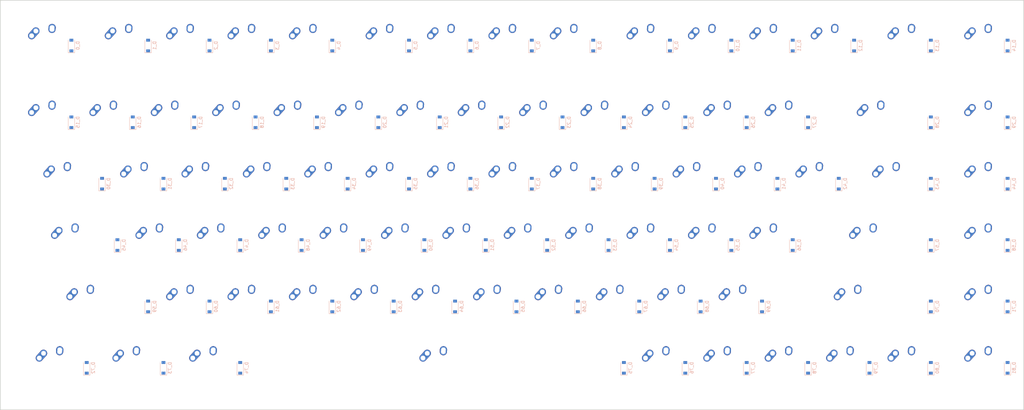
<source format=kicad_pcb>
(kicad_pcb (version 20171130) (host pcbnew "(5.0.0-3-g5ebb6b6)")
  (layers (0 F.Cu signal) (31 B.Cu signal) (34 B.Paste user) (35 F.Paste user) (36 B.SilkS user) (37 F.SilkS user) (38 B.Mask user) (39 F.Mask user) (44 Edge.Cuts user))
  (net 0 "")
  (net 1 "GND")
  (net 2 "VCC")
  (net 3 "col0")
  (net 4 "col1")
  (net 5 "col2")
  (net 6 "col3")
  (net 7 "col4")
  (net 8 "col5")
  (net 9 "col6")
  (net 10 "col7")
  (net 11 "col8")
  (net 12 "col9")
  (net 13 "col10")
  (net 14 "col11")
  (net 15 "col12")
  (net 16 "col13")
  (net 17 "col14")
  (net 18 "col15")
  (net 19 "col16")
  (net 20 "row0")
  (net 21 "row1")
  (net 22 "row2")
  (net 23 "row3")
  (net 24 "row4")
  (net 25 "row5")
  (net 26 "row6")
  (net 27 "Net-(K_0-Pad1)")
  (net 28 "Net-(K_0-Pad2)")
  (net 29 "Net-(K_0-Pad3)")
  (net 30 "Net-(K_0-Pad4)")
  (net 31 "Net-(D_0-Pad1)")
  (net 32 "Net-(D_0-Pad2)")
  (net 33 "Net-(K_1-Pad1)")
  (net 34 "Net-(K_1-Pad2)")
  (net 35 "Net-(K_1-Pad3)")
  (net 36 "Net-(K_1-Pad4)")
  (net 37 "Net-(D_1-Pad1)")
  (net 38 "Net-(D_1-Pad2)")
  (net 39 "Net-(K_2-Pad1)")
  (net 40 "Net-(K_2-Pad2)")
  (net 41 "Net-(K_2-Pad3)")
  (net 42 "Net-(K_2-Pad4)")
  (net 43 "Net-(D_2-Pad1)")
  (net 44 "Net-(D_2-Pad2)")
  (net 45 "Net-(K_3-Pad1)")
  (net 46 "Net-(K_3-Pad2)")
  (net 47 "Net-(K_3-Pad3)")
  (net 48 "Net-(K_3-Pad4)")
  (net 49 "Net-(D_3-Pad1)")
  (net 50 "Net-(D_3-Pad2)")
  (net 51 "Net-(K_4-Pad1)")
  (net 52 "Net-(K_4-Pad2)")
  (net 53 "Net-(K_4-Pad3)")
  (net 54 "Net-(K_4-Pad4)")
  (net 55 "Net-(D_4-Pad1)")
  (net 56 "Net-(D_4-Pad2)")
  (net 57 "Net-(K_5-Pad1)")
  (net 58 "Net-(K_5-Pad2)")
  (net 59 "Net-(K_5-Pad3)")
  (net 60 "Net-(K_5-Pad4)")
  (net 61 "Net-(D_5-Pad1)")
  (net 62 "Net-(D_5-Pad2)")
  (net 63 "Net-(K_6-Pad1)")
  (net 64 "Net-(K_6-Pad2)")
  (net 65 "Net-(K_6-Pad3)")
  (net 66 "Net-(K_6-Pad4)")
  (net 67 "Net-(D_6-Pad1)")
  (net 68 "Net-(D_6-Pad2)")
  (net 69 "Net-(K_7-Pad1)")
  (net 70 "Net-(K_7-Pad2)")
  (net 71 "Net-(K_7-Pad3)")
  (net 72 "Net-(K_7-Pad4)")
  (net 73 "Net-(D_7-Pad1)")
  (net 74 "Net-(D_7-Pad2)")
  (net 75 "Net-(K_8-Pad1)")
  (net 76 "Net-(K_8-Pad2)")
  (net 77 "Net-(K_8-Pad3)")
  (net 78 "Net-(K_8-Pad4)")
  (net 79 "Net-(D_8-Pad1)")
  (net 80 "Net-(D_8-Pad2)")
  (net 81 "Net-(K_9-Pad1)")
  (net 82 "Net-(K_9-Pad2)")
  (net 83 "Net-(K_9-Pad3)")
  (net 84 "Net-(K_9-Pad4)")
  (net 85 "Net-(D_9-Pad1)")
  (net 86 "Net-(D_9-Pad2)")
  (net 87 "Net-(K_10-Pad1)")
  (net 88 "Net-(K_10-Pad2)")
  (net 89 "Net-(K_10-Pad3)")
  (net 90 "Net-(K_10-Pad4)")
  (net 91 "Net-(D_10-Pad1)")
  (net 92 "Net-(D_10-Pad2)")
  (net 93 "Net-(K_11-Pad1)")
  (net 94 "Net-(K_11-Pad2)")
  (net 95 "Net-(K_11-Pad3)")
  (net 96 "Net-(K_11-Pad4)")
  (net 97 "Net-(D_11-Pad1)")
  (net 98 "Net-(D_11-Pad2)")
  (net 99 "Net-(K_12-Pad1)")
  (net 100 "Net-(K_12-Pad2)")
  (net 101 "Net-(K_12-Pad3)")
  (net 102 "Net-(K_12-Pad4)")
  (net 103 "Net-(D_12-Pad1)")
  (net 104 "Net-(D_12-Pad2)")
  (net 105 "Net-(K_13-Pad1)")
  (net 106 "Net-(K_13-Pad2)")
  (net 107 "Net-(K_13-Pad3)")
  (net 108 "Net-(K_13-Pad4)")
  (net 109 "Net-(D_13-Pad1)")
  (net 110 "Net-(D_13-Pad2)")
  (net 111 "Net-(K_14-Pad1)")
  (net 112 "Net-(K_14-Pad2)")
  (net 113 "Net-(K_14-Pad3)")
  (net 114 "Net-(K_14-Pad4)")
  (net 115 "Net-(D_14-Pad1)")
  (net 116 "Net-(D_14-Pad2)")
  (net 117 "Net-(K_15-Pad1)")
  (net 118 "Net-(K_15-Pad2)")
  (net 119 "Net-(K_15-Pad3)")
  (net 120 "Net-(K_15-Pad4)")
  (net 121 "Net-(D_15-Pad1)")
  (net 122 "Net-(D_15-Pad2)")
  (net 123 "Net-(K_16-Pad1)")
  (net 124 "Net-(K_16-Pad2)")
  (net 125 "Net-(K_16-Pad3)")
  (net 126 "Net-(K_16-Pad4)")
  (net 127 "Net-(D_16-Pad1)")
  (net 128 "Net-(D_16-Pad2)")
  (net 129 "Net-(K_17-Pad1)")
  (net 130 "Net-(K_17-Pad2)")
  (net 131 "Net-(K_17-Pad3)")
  (net 132 "Net-(K_17-Pad4)")
  (net 133 "Net-(D_17-Pad1)")
  (net 134 "Net-(D_17-Pad2)")
  (net 135 "Net-(K_18-Pad1)")
  (net 136 "Net-(K_18-Pad2)")
  (net 137 "Net-(K_18-Pad3)")
  (net 138 "Net-(K_18-Pad4)")
  (net 139 "Net-(D_18-Pad1)")
  (net 140 "Net-(D_18-Pad2)")
  (net 141 "Net-(K_19-Pad1)")
  (net 142 "Net-(K_19-Pad2)")
  (net 143 "Net-(K_19-Pad3)")
  (net 144 "Net-(K_19-Pad4)")
  (net 145 "Net-(D_19-Pad1)")
  (net 146 "Net-(D_19-Pad2)")
  (net 147 "Net-(K_20-Pad1)")
  (net 148 "Net-(K_20-Pad2)")
  (net 149 "Net-(K_20-Pad3)")
  (net 150 "Net-(K_20-Pad4)")
  (net 151 "Net-(D_20-Pad1)")
  (net 152 "Net-(D_20-Pad2)")
  (net 153 "Net-(K_21-Pad1)")
  (net 154 "Net-(K_21-Pad2)")
  (net 155 "Net-(K_21-Pad3)")
  (net 156 "Net-(K_21-Pad4)")
  (net 157 "Net-(D_21-Pad1)")
  (net 158 "Net-(D_21-Pad2)")
  (net 159 "Net-(K_22-Pad1)")
  (net 160 "Net-(K_22-Pad2)")
  (net 161 "Net-(K_22-Pad3)")
  (net 162 "Net-(K_22-Pad4)")
  (net 163 "Net-(D_22-Pad1)")
  (net 164 "Net-(D_22-Pad2)")
  (net 165 "Net-(K_23-Pad1)")
  (net 166 "Net-(K_23-Pad2)")
  (net 167 "Net-(K_23-Pad3)")
  (net 168 "Net-(K_23-Pad4)")
  (net 169 "Net-(D_23-Pad1)")
  (net 170 "Net-(D_23-Pad2)")
  (net 171 "Net-(K_24-Pad1)")
  (net 172 "Net-(K_24-Pad2)")
  (net 173 "Net-(K_24-Pad3)")
  (net 174 "Net-(K_24-Pad4)")
  (net 175 "Net-(D_24-Pad1)")
  (net 176 "Net-(D_24-Pad2)")
  (net 177 "Net-(K_25-Pad1)")
  (net 178 "Net-(K_25-Pad2)")
  (net 179 "Net-(K_25-Pad3)")
  (net 180 "Net-(K_25-Pad4)")
  (net 181 "Net-(D_25-Pad1)")
  (net 182 "Net-(D_25-Pad2)")
  (net 183 "Net-(K_26-Pad1)")
  (net 184 "Net-(K_26-Pad2)")
  (net 185 "Net-(K_26-Pad3)")
  (net 186 "Net-(K_26-Pad4)")
  (net 187 "Net-(D_26-Pad1)")
  (net 188 "Net-(D_26-Pad2)")
  (net 189 "Net-(K_27-Pad1)")
  (net 190 "Net-(K_27-Pad2)")
  (net 191 "Net-(K_27-Pad3)")
  (net 192 "Net-(K_27-Pad4)")
  (net 193 "Net-(D_27-Pad1)")
  (net 194 "Net-(D_27-Pad2)")
  (net 195 "Net-(K_28-Pad1)")
  (net 196 "Net-(K_28-Pad2)")
  (net 197 "Net-(K_28-Pad3)")
  (net 198 "Net-(K_28-Pad4)")
  (net 199 "Net-(D_28-Pad1)")
  (net 200 "Net-(D_28-Pad2)")
  (net 201 "Net-(K_29-Pad1)")
  (net 202 "Net-(K_29-Pad2)")
  (net 203 "Net-(K_29-Pad3)")
  (net 204 "Net-(K_29-Pad4)")
  (net 205 "Net-(D_29-Pad1)")
  (net 206 "Net-(D_29-Pad2)")
  (net 207 "Net-(K_30-Pad1)")
  (net 208 "Net-(K_30-Pad2)")
  (net 209 "Net-(K_30-Pad3)")
  (net 210 "Net-(K_30-Pad4)")
  (net 211 "Net-(D_30-Pad1)")
  (net 212 "Net-(D_30-Pad2)")
  (net 213 "Net-(K_31-Pad1)")
  (net 214 "Net-(K_31-Pad2)")
  (net 215 "Net-(K_31-Pad3)")
  (net 216 "Net-(K_31-Pad4)")
  (net 217 "Net-(D_31-Pad1)")
  (net 218 "Net-(D_31-Pad2)")
  (net 219 "Net-(K_32-Pad1)")
  (net 220 "Net-(K_32-Pad2)")
  (net 221 "Net-(K_32-Pad3)")
  (net 222 "Net-(K_32-Pad4)")
  (net 223 "Net-(D_32-Pad1)")
  (net 224 "Net-(D_32-Pad2)")
  (net 225 "Net-(K_33-Pad1)")
  (net 226 "Net-(K_33-Pad2)")
  (net 227 "Net-(K_33-Pad3)")
  (net 228 "Net-(K_33-Pad4)")
  (net 229 "Net-(D_33-Pad1)")
  (net 230 "Net-(D_33-Pad2)")
  (net 231 "Net-(K_34-Pad1)")
  (net 232 "Net-(K_34-Pad2)")
  (net 233 "Net-(K_34-Pad3)")
  (net 234 "Net-(K_34-Pad4)")
  (net 235 "Net-(D_34-Pad1)")
  (net 236 "Net-(D_34-Pad2)")
  (net 237 "Net-(K_35-Pad1)")
  (net 238 "Net-(K_35-Pad2)")
  (net 239 "Net-(K_35-Pad3)")
  (net 240 "Net-(K_35-Pad4)")
  (net 241 "Net-(D_35-Pad1)")
  (net 242 "Net-(D_35-Pad2)")
  (net 243 "Net-(K_36-Pad1)")
  (net 244 "Net-(K_36-Pad2)")
  (net 245 "Net-(K_36-Pad3)")
  (net 246 "Net-(K_36-Pad4)")
  (net 247 "Net-(D_36-Pad1)")
  (net 248 "Net-(D_36-Pad2)")
  (net 249 "Net-(K_37-Pad1)")
  (net 250 "Net-(K_37-Pad2)")
  (net 251 "Net-(K_37-Pad3)")
  (net 252 "Net-(K_37-Pad4)")
  (net 253 "Net-(D_37-Pad1)")
  (net 254 "Net-(D_37-Pad2)")
  (net 255 "Net-(K_38-Pad1)")
  (net 256 "Net-(K_38-Pad2)")
  (net 257 "Net-(K_38-Pad3)")
  (net 258 "Net-(K_38-Pad4)")
  (net 259 "Net-(D_38-Pad1)")
  (net 260 "Net-(D_38-Pad2)")
  (net 261 "Net-(K_39-Pad1)")
  (net 262 "Net-(K_39-Pad2)")
  (net 263 "Net-(K_39-Pad3)")
  (net 264 "Net-(K_39-Pad4)")
  (net 265 "Net-(D_39-Pad1)")
  (net 266 "Net-(D_39-Pad2)")
  (net 267 "Net-(K_40-Pad1)")
  (net 268 "Net-(K_40-Pad2)")
  (net 269 "Net-(K_40-Pad3)")
  (net 270 "Net-(K_40-Pad4)")
  (net 271 "Net-(D_40-Pad1)")
  (net 272 "Net-(D_40-Pad2)")
  (net 273 "Net-(K_41-Pad1)")
  (net 274 "Net-(K_41-Pad2)")
  (net 275 "Net-(K_41-Pad3)")
  (net 276 "Net-(K_41-Pad4)")
  (net 277 "Net-(D_41-Pad1)")
  (net 278 "Net-(D_41-Pad2)")
  (net 279 "Net-(K_42-Pad1)")
  (net 280 "Net-(K_42-Pad2)")
  (net 281 "Net-(K_42-Pad3)")
  (net 282 "Net-(K_42-Pad4)")
  (net 283 "Net-(D_42-Pad1)")
  (net 284 "Net-(D_42-Pad2)")
  (net 285 "Net-(K_43-Pad1)")
  (net 286 "Net-(K_43-Pad2)")
  (net 287 "Net-(K_43-Pad3)")
  (net 288 "Net-(K_43-Pad4)")
  (net 289 "Net-(D_43-Pad1)")
  (net 290 "Net-(D_43-Pad2)")
  (net 291 "Net-(K_44-Pad1)")
  (net 292 "Net-(K_44-Pad2)")
  (net 293 "Net-(K_44-Pad3)")
  (net 294 "Net-(K_44-Pad4)")
  (net 295 "Net-(D_44-Pad1)")
  (net 296 "Net-(D_44-Pad2)")
  (net 297 "Net-(K_45-Pad1)")
  (net 298 "Net-(K_45-Pad2)")
  (net 299 "Net-(K_45-Pad3)")
  (net 300 "Net-(K_45-Pad4)")
  (net 301 "Net-(D_45-Pad1)")
  (net 302 "Net-(D_45-Pad2)")
  (net 303 "Net-(K_46-Pad1)")
  (net 304 "Net-(K_46-Pad2)")
  (net 305 "Net-(K_46-Pad3)")
  (net 306 "Net-(K_46-Pad4)")
  (net 307 "Net-(D_46-Pad1)")
  (net 308 "Net-(D_46-Pad2)")
  (net 309 "Net-(K_47-Pad1)")
  (net 310 "Net-(K_47-Pad2)")
  (net 311 "Net-(K_47-Pad3)")
  (net 312 "Net-(K_47-Pad4)")
  (net 313 "Net-(D_47-Pad1)")
  (net 314 "Net-(D_47-Pad2)")
  (net 315 "Net-(K_48-Pad1)")
  (net 316 "Net-(K_48-Pad2)")
  (net 317 "Net-(K_48-Pad3)")
  (net 318 "Net-(K_48-Pad4)")
  (net 319 "Net-(D_48-Pad1)")
  (net 320 "Net-(D_48-Pad2)")
  (net 321 "Net-(K_49-Pad1)")
  (net 322 "Net-(K_49-Pad2)")
  (net 323 "Net-(K_49-Pad3)")
  (net 324 "Net-(K_49-Pad4)")
  (net 325 "Net-(D_49-Pad1)")
  (net 326 "Net-(D_49-Pad2)")
  (net 327 "Net-(K_50-Pad1)")
  (net 328 "Net-(K_50-Pad2)")
  (net 329 "Net-(K_50-Pad3)")
  (net 330 "Net-(K_50-Pad4)")
  (net 331 "Net-(D_50-Pad1)")
  (net 332 "Net-(D_50-Pad2)")
  (net 333 "Net-(K_51-Pad1)")
  (net 334 "Net-(K_51-Pad2)")
  (net 335 "Net-(K_51-Pad3)")
  (net 336 "Net-(K_51-Pad4)")
  (net 337 "Net-(D_51-Pad1)")
  (net 338 "Net-(D_51-Pad2)")
  (net 339 "Net-(K_52-Pad1)")
  (net 340 "Net-(K_52-Pad2)")
  (net 341 "Net-(K_52-Pad3)")
  (net 342 "Net-(K_52-Pad4)")
  (net 343 "Net-(D_52-Pad1)")
  (net 344 "Net-(D_52-Pad2)")
  (net 345 "Net-(K_53-Pad1)")
  (net 346 "Net-(K_53-Pad2)")
  (net 347 "Net-(K_53-Pad3)")
  (net 348 "Net-(K_53-Pad4)")
  (net 349 "Net-(D_53-Pad1)")
  (net 350 "Net-(D_53-Pad2)")
  (net 351 "Net-(K_54-Pad1)")
  (net 352 "Net-(K_54-Pad2)")
  (net 353 "Net-(K_54-Pad3)")
  (net 354 "Net-(K_54-Pad4)")
  (net 355 "Net-(D_54-Pad1)")
  (net 356 "Net-(D_54-Pad2)")
  (net 357 "Net-(K_55-Pad1)")
  (net 358 "Net-(K_55-Pad2)")
  (net 359 "Net-(K_55-Pad3)")
  (net 360 "Net-(K_55-Pad4)")
  (net 361 "Net-(D_55-Pad1)")
  (net 362 "Net-(D_55-Pad2)")
  (net 363 "Net-(K_56-Pad1)")
  (net 364 "Net-(K_56-Pad2)")
  (net 365 "Net-(K_56-Pad3)")
  (net 366 "Net-(K_56-Pad4)")
  (net 367 "Net-(D_56-Pad1)")
  (net 368 "Net-(D_56-Pad2)")
  (net 369 "Net-(K_57-Pad1)")
  (net 370 "Net-(K_57-Pad2)")
  (net 371 "Net-(K_57-Pad3)")
  (net 372 "Net-(K_57-Pad4)")
  (net 373 "Net-(D_57-Pad1)")
  (net 374 "Net-(D_57-Pad2)")
  (net 375 "Net-(K_58-Pad1)")
  (net 376 "Net-(K_58-Pad2)")
  (net 377 "Net-(K_58-Pad3)")
  (net 378 "Net-(K_58-Pad4)")
  (net 379 "Net-(D_58-Pad1)")
  (net 380 "Net-(D_58-Pad2)")
  (net 381 "Net-(K_59-Pad1)")
  (net 382 "Net-(K_59-Pad2)")
  (net 383 "Net-(K_59-Pad3)")
  (net 384 "Net-(K_59-Pad4)")
  (net 385 "Net-(D_59-Pad1)")
  (net 386 "Net-(D_59-Pad2)")
  (net 387 "Net-(K_60-Pad1)")
  (net 388 "Net-(K_60-Pad2)")
  (net 389 "Net-(K_60-Pad3)")
  (net 390 "Net-(K_60-Pad4)")
  (net 391 "Net-(D_60-Pad1)")
  (net 392 "Net-(D_60-Pad2)")
  (net 393 "Net-(K_61-Pad1)")
  (net 394 "Net-(K_61-Pad2)")
  (net 395 "Net-(K_61-Pad3)")
  (net 396 "Net-(K_61-Pad4)")
  (net 397 "Net-(D_61-Pad1)")
  (net 398 "Net-(D_61-Pad2)")
  (net 399 "Net-(K_62-Pad1)")
  (net 400 "Net-(K_62-Pad2)")
  (net 401 "Net-(K_62-Pad3)")
  (net 402 "Net-(K_62-Pad4)")
  (net 403 "Net-(D_62-Pad1)")
  (net 404 "Net-(D_62-Pad2)")
  (net 405 "Net-(K_63-Pad1)")
  (net 406 "Net-(K_63-Pad2)")
  (net 407 "Net-(K_63-Pad3)")
  (net 408 "Net-(K_63-Pad4)")
  (net 409 "Net-(D_63-Pad1)")
  (net 410 "Net-(D_63-Pad2)")
  (net 411 "Net-(K_64-Pad1)")
  (net 412 "Net-(K_64-Pad2)")
  (net 413 "Net-(K_64-Pad3)")
  (net 414 "Net-(K_64-Pad4)")
  (net 415 "Net-(D_64-Pad1)")
  (net 416 "Net-(D_64-Pad2)")
  (net 417 "Net-(K_65-Pad1)")
  (net 418 "Net-(K_65-Pad2)")
  (net 419 "Net-(K_65-Pad3)")
  (net 420 "Net-(K_65-Pad4)")
  (net 421 "Net-(D_65-Pad1)")
  (net 422 "Net-(D_65-Pad2)")
  (net 423 "Net-(K_66-Pad1)")
  (net 424 "Net-(K_66-Pad2)")
  (net 425 "Net-(K_66-Pad3)")
  (net 426 "Net-(K_66-Pad4)")
  (net 427 "Net-(D_66-Pad1)")
  (net 428 "Net-(D_66-Pad2)")
  (net 429 "Net-(K_67-Pad1)")
  (net 430 "Net-(K_67-Pad2)")
  (net 431 "Net-(K_67-Pad3)")
  (net 432 "Net-(K_67-Pad4)")
  (net 433 "Net-(D_67-Pad1)")
  (net 434 "Net-(D_67-Pad2)")
  (net 435 "Net-(K_68-Pad1)")
  (net 436 "Net-(K_68-Pad2)")
  (net 437 "Net-(K_68-Pad3)")
  (net 438 "Net-(K_68-Pad4)")
  (net 439 "Net-(D_68-Pad1)")
  (net 440 "Net-(D_68-Pad2)")
  (net 441 "Net-(K_69-Pad1)")
  (net 442 "Net-(K_69-Pad2)")
  (net 443 "Net-(K_69-Pad3)")
  (net 444 "Net-(K_69-Pad4)")
  (net 445 "Net-(D_69-Pad1)")
  (net 446 "Net-(D_69-Pad2)")
  (net 447 "Net-(K_70-Pad1)")
  (net 448 "Net-(K_70-Pad2)")
  (net 449 "Net-(K_70-Pad3)")
  (net 450 "Net-(K_70-Pad4)")
  (net 451 "Net-(D_70-Pad1)")
  (net 452 "Net-(D_70-Pad2)")
  (net 453 "Net-(K_71-Pad1)")
  (net 454 "Net-(K_71-Pad2)")
  (net 455 "Net-(K_71-Pad3)")
  (net 456 "Net-(K_71-Pad4)")
  (net 457 "Net-(D_71-Pad1)")
  (net 458 "Net-(D_71-Pad2)")
  (net 459 "Net-(K_72-Pad1)")
  (net 460 "Net-(K_72-Pad2)")
  (net 461 "Net-(K_72-Pad3)")
  (net 462 "Net-(K_72-Pad4)")
  (net 463 "Net-(D_72-Pad1)")
  (net 464 "Net-(D_72-Pad2)")
  (net 465 "Net-(K_73-Pad1)")
  (net 466 "Net-(K_73-Pad2)")
  (net 467 "Net-(K_73-Pad3)")
  (net 468 "Net-(K_73-Pad4)")
  (net 469 "Net-(D_73-Pad1)")
  (net 470 "Net-(D_73-Pad2)")
  (net 471 "Net-(K_74-Pad1)")
  (net 472 "Net-(K_74-Pad2)")
  (net 473 "Net-(K_74-Pad3)")
  (net 474 "Net-(K_74-Pad4)")
  (net 475 "Net-(D_74-Pad1)")
  (net 476 "Net-(D_74-Pad2)")
  (net 477 "Net-(K_75-Pad1)")
  (net 478 "Net-(K_75-Pad2)")
  (net 479 "Net-(K_75-Pad3)")
  (net 480 "Net-(K_75-Pad4)")
  (net 481 "Net-(D_75-Pad1)")
  (net 482 "Net-(D_75-Pad2)")
  (net 483 "Net-(K_76-Pad1)")
  (net 484 "Net-(K_76-Pad2)")
  (net 485 "Net-(K_76-Pad3)")
  (net 486 "Net-(K_76-Pad4)")
  (net 487 "Net-(D_76-Pad1)")
  (net 488 "Net-(D_76-Pad2)")
  (net 489 "Net-(K_77-Pad1)")
  (net 490 "Net-(K_77-Pad2)")
  (net 491 "Net-(K_77-Pad3)")
  (net 492 "Net-(K_77-Pad4)")
  (net 493 "Net-(D_77-Pad1)")
  (net 494 "Net-(D_77-Pad2)")
  (net 495 "Net-(K_78-Pad1)")
  (net 496 "Net-(K_78-Pad2)")
  (net 497 "Net-(K_78-Pad3)")
  (net 498 "Net-(K_78-Pad4)")
  (net 499 "Net-(D_78-Pad1)")
  (net 500 "Net-(D_78-Pad2)")
  (net 501 "Net-(K_79-Pad1)")
  (net 502 "Net-(K_79-Pad2)")
  (net 503 "Net-(K_79-Pad3)")
  (net 504 "Net-(K_79-Pad4)")
  (net 505 "Net-(D_79-Pad1)")
  (net 506 "Net-(D_79-Pad2)")
  (net 507 "Net-(K_80-Pad1)")
  (net 508 "Net-(K_80-Pad2)")
  (net 509 "Net-(K_80-Pad3)")
  (net 510 "Net-(K_80-Pad4)")
  (net 511 "Net-(D_80-Pad1)")
  (net 512 "Net-(D_80-Pad2)")
  (net 513 "Net-(K_81-Pad1)")
  (net 514 "Net-(K_81-Pad2)")
  (net 515 "Net-(K_81-Pad3)")
  (net 516 "Net-(K_81-Pad4)")
  (net 517 "Net-(D_81-Pad1)")
  (net 518 "Net-(D_81-Pad2)")
  (module MX_Alps_Hybrid:MX-1U-NoLED (layer F.Cu) (at 9.525 9.525)
    (fp_text reference K_0)
    (fp_text value KEYSW)
    (pad 1 thru_hole circle (at -2.5 -4) (size 2.25 2.25) (drill 1.47) (layers *.Cu B.Mask) (net 3 "col0"))
    (pad 1 thru_hole oval (at -3.81 -2.54 48.0996) (size 4.211556 2.25) (drill 1.47 (offset 0.980778 0)) (layers *.Cu B.Mask) (net 3 "col0"))
    (pad 2 thru_hole oval (at 2.5 -4.5 86.0548) (size 2.831378 2.25) (drill 1.47 (offset 0.290689 0)) (layers *.Cu B.Mask) (net 32 "Net-(D_0-Pad2)"))
    (pad 2 thru_hole circle (at 2.54 -5.08) (size 2.25 2.25) (drill 1.47) (layers *.Cu B.Mask) (net 32 "Net-(D_0-Pad2)"))
    (pad "" np_thru_hole circle (at 0 0) (size 3.9878 3.9878) (drill 3.9878) (layers *.Cu *.Mask))
    (pad "" np_thru_hole circle (at -5.08 0 48.0996) (size 1.75 1.75) (drill 1.75) (layers *.Cu *.Mask))
    (pad "" np_thru_hole circle (at 5.08 0 48.0996) (size 1.75 1.75) (drill 1.75) (layers *.Cu *.Mask))
  )
  (module Diode_SMD:D_SOD-123 (layer B.Cu) (at 18.05 10.025 90)
    (fp_text reference D_0 (at 0 2 90) (layer B.SilkS) (effects (justify mirror)))
    (fp_text value D)
    (pad 2 smd rect (at 1.65 0 90) (size 0.9 1.2) (layers B.Cu B.Paste B.Mask) (net 32 "Net-(D_0-Pad2)"))
    (pad 1 smd rect (at -1.65 0 90) (size 0.9 1.2) (layers B.Cu B.Paste B.Mask) (net 20 "row0"))
  )
  (module MX_Alps_Hybrid:MX-1U-NoLED (layer F.Cu) (at 33.3375 9.525)
    (fp_text reference K_1)
    (fp_text value KEYSW)
    (pad 1 thru_hole circle (at -2.5 -4) (size 2.25 2.25) (drill 1.47) (layers *.Cu B.Mask) (net 4 "col1"))
    (pad 1 thru_hole oval (at -3.81 -2.54 48.0996) (size 4.211556 2.25) (drill 1.47 (offset 0.980778 0)) (layers *.Cu B.Mask) (net 4 "col1"))
    (pad 2 thru_hole oval (at 2.5 -4.5 86.0548) (size 2.831378 2.25) (drill 1.47 (offset 0.290689 0)) (layers *.Cu B.Mask) (net 38 "Net-(D_1-Pad2)"))
    (pad 2 thru_hole circle (at 2.54 -5.08) (size 2.25 2.25) (drill 1.47) (layers *.Cu B.Mask) (net 38 "Net-(D_1-Pad2)"))
    (pad "" np_thru_hole circle (at 0 0) (size 3.9878 3.9878) (drill 3.9878) (layers *.Cu *.Mask))
    (pad "" np_thru_hole circle (at -5.08 0 48.0996) (size 1.75 1.75) (drill 1.75) (layers *.Cu *.Mask))
    (pad "" np_thru_hole circle (at 5.08 0 48.0996) (size 1.75 1.75) (drill 1.75) (layers *.Cu *.Mask))
  )
  (module Diode_SMD:D_SOD-123 (layer B.Cu) (at 41.8625 10.025 90)
    (fp_text reference D_1 (at 0 2 90) (layer B.SilkS) (effects (justify mirror)))
    (fp_text value D)
    (pad 2 smd rect (at 1.65 0 90) (size 0.9 1.2) (layers B.Cu B.Paste B.Mask) (net 38 "Net-(D_1-Pad2)"))
    (pad 1 smd rect (at -1.65 0 90) (size 0.9 1.2) (layers B.Cu B.Paste B.Mask) (net 20 "row0"))
  )
  (module MX_Alps_Hybrid:MX-1U-NoLED (layer F.Cu) (at 52.3875 9.525)
    (fp_text reference K_2)
    (fp_text value KEYSW)
    (pad 1 thru_hole circle (at -2.5 -4) (size 2.25 2.25) (drill 1.47) (layers *.Cu B.Mask) (net 5 "col2"))
    (pad 1 thru_hole oval (at -3.81 -2.54 48.0996) (size 4.211556 2.25) (drill 1.47 (offset 0.980778 0)) (layers *.Cu B.Mask) (net 5 "col2"))
    (pad 2 thru_hole oval (at 2.5 -4.5 86.0548) (size 2.831378 2.25) (drill 1.47 (offset 0.290689 0)) (layers *.Cu B.Mask) (net 44 "Net-(D_2-Pad2)"))
    (pad 2 thru_hole circle (at 2.54 -5.08) (size 2.25 2.25) (drill 1.47) (layers *.Cu B.Mask) (net 44 "Net-(D_2-Pad2)"))
    (pad "" np_thru_hole circle (at 0 0) (size 3.9878 3.9878) (drill 3.9878) (layers *.Cu *.Mask))
    (pad "" np_thru_hole circle (at -5.08 0 48.0996) (size 1.75 1.75) (drill 1.75) (layers *.Cu *.Mask))
    (pad "" np_thru_hole circle (at 5.08 0 48.0996) (size 1.75 1.75) (drill 1.75) (layers *.Cu *.Mask))
  )
  (module Diode_SMD:D_SOD-123 (layer B.Cu) (at 60.9125 10.025 90)
    (fp_text reference D_2 (at 0 2 90) (layer B.SilkS) (effects (justify mirror)))
    (fp_text value D)
    (pad 2 smd rect (at 1.65 0 90) (size 0.9 1.2) (layers B.Cu B.Paste B.Mask) (net 44 "Net-(D_2-Pad2)"))
    (pad 1 smd rect (at -1.65 0 90) (size 0.9 1.2) (layers B.Cu B.Paste B.Mask) (net 20 "row0"))
  )
  (module MX_Alps_Hybrid:MX-1U-NoLED (layer F.Cu) (at 71.4375 9.525)
    (fp_text reference K_3)
    (fp_text value KEYSW)
    (pad 1 thru_hole circle (at -2.5 -4) (size 2.25 2.25) (drill 1.47) (layers *.Cu B.Mask) (net 6 "col3"))
    (pad 1 thru_hole oval (at -3.81 -2.54 48.0996) (size 4.211556 2.25) (drill 1.47 (offset 0.980778 0)) (layers *.Cu B.Mask) (net 6 "col3"))
    (pad 2 thru_hole oval (at 2.5 -4.5 86.0548) (size 2.831378 2.25) (drill 1.47 (offset 0.290689 0)) (layers *.Cu B.Mask) (net 50 "Net-(D_3-Pad2)"))
    (pad 2 thru_hole circle (at 2.54 -5.08) (size 2.25 2.25) (drill 1.47) (layers *.Cu B.Mask) (net 50 "Net-(D_3-Pad2)"))
    (pad "" np_thru_hole circle (at 0 0) (size 3.9878 3.9878) (drill 3.9878) (layers *.Cu *.Mask))
    (pad "" np_thru_hole circle (at -5.08 0 48.0996) (size 1.75 1.75) (drill 1.75) (layers *.Cu *.Mask))
    (pad "" np_thru_hole circle (at 5.08 0 48.0996) (size 1.75 1.75) (drill 1.75) (layers *.Cu *.Mask))
  )
  (module Diode_SMD:D_SOD-123 (layer B.Cu) (at 79.9625 10.025 90)
    (fp_text reference D_3 (at 0 2 90) (layer B.SilkS) (effects (justify mirror)))
    (fp_text value D)
    (pad 2 smd rect (at 1.65 0 90) (size 0.9 1.2) (layers B.Cu B.Paste B.Mask) (net 50 "Net-(D_3-Pad2)"))
    (pad 1 smd rect (at -1.65 0 90) (size 0.9 1.2) (layers B.Cu B.Paste B.Mask) (net 20 "row0"))
  )
  (module MX_Alps_Hybrid:MX-1U-NoLED (layer F.Cu) (at 90.4875 9.525)
    (fp_text reference K_4)
    (fp_text value KEYSW)
    (pad 1 thru_hole circle (at -2.5 -4) (size 2.25 2.25) (drill 1.47) (layers *.Cu B.Mask) (net 7 "col4"))
    (pad 1 thru_hole oval (at -3.81 -2.54 48.0996) (size 4.211556 2.25) (drill 1.47 (offset 0.980778 0)) (layers *.Cu B.Mask) (net 7 "col4"))
    (pad 2 thru_hole oval (at 2.5 -4.5 86.0548) (size 2.831378 2.25) (drill 1.47 (offset 0.290689 0)) (layers *.Cu B.Mask) (net 56 "Net-(D_4-Pad2)"))
    (pad 2 thru_hole circle (at 2.54 -5.08) (size 2.25 2.25) (drill 1.47) (layers *.Cu B.Mask) (net 56 "Net-(D_4-Pad2)"))
    (pad "" np_thru_hole circle (at 0 0) (size 3.9878 3.9878) (drill 3.9878) (layers *.Cu *.Mask))
    (pad "" np_thru_hole circle (at -5.08 0 48.0996) (size 1.75 1.75) (drill 1.75) (layers *.Cu *.Mask))
    (pad "" np_thru_hole circle (at 5.08 0 48.0996) (size 1.75 1.75) (drill 1.75) (layers *.Cu *.Mask))
  )
  (module Diode_SMD:D_SOD-123 (layer B.Cu) (at 99.0125 10.025 90)
    (fp_text reference D_4 (at 0 2 90) (layer B.SilkS) (effects (justify mirror)))
    (fp_text value D)
    (pad 2 smd rect (at 1.65 0 90) (size 0.9 1.2) (layers B.Cu B.Paste B.Mask) (net 56 "Net-(D_4-Pad2)"))
    (pad 1 smd rect (at -1.65 0 90) (size 0.9 1.2) (layers B.Cu B.Paste B.Mask) (net 20 "row0"))
  )
  (module MX_Alps_Hybrid:MX-1U-NoLED (layer F.Cu) (at 114.3 9.525)
    (fp_text reference K_5)
    (fp_text value KEYSW)
    (pad 1 thru_hole circle (at -2.5 -4) (size 2.25 2.25) (drill 1.47) (layers *.Cu B.Mask) (net 9 "col6"))
    (pad 1 thru_hole oval (at -3.81 -2.54 48.0996) (size 4.211556 2.25) (drill 1.47 (offset 0.980778 0)) (layers *.Cu B.Mask) (net 9 "col6"))
    (pad 2 thru_hole oval (at 2.5 -4.5 86.0548) (size 2.831378 2.25) (drill 1.47 (offset 0.290689 0)) (layers *.Cu B.Mask) (net 62 "Net-(D_5-Pad2)"))
    (pad 2 thru_hole circle (at 2.54 -5.08) (size 2.25 2.25) (drill 1.47) (layers *.Cu B.Mask) (net 62 "Net-(D_5-Pad2)"))
    (pad "" np_thru_hole circle (at 0 0) (size 3.9878 3.9878) (drill 3.9878) (layers *.Cu *.Mask))
    (pad "" np_thru_hole circle (at -5.08 0 48.0996) (size 1.75 1.75) (drill 1.75) (layers *.Cu *.Mask))
    (pad "" np_thru_hole circle (at 5.08 0 48.0996) (size 1.75 1.75) (drill 1.75) (layers *.Cu *.Mask))
  )
  (module Diode_SMD:D_SOD-123 (layer B.Cu) (at 122.825 10.025 90)
    (fp_text reference D_5 (at 0 2 90) (layer B.SilkS) (effects (justify mirror)))
    (fp_text value D)
    (pad 2 smd rect (at 1.65 0 90) (size 0.9 1.2) (layers B.Cu B.Paste B.Mask) (net 62 "Net-(D_5-Pad2)"))
    (pad 1 smd rect (at -1.65 0 90) (size 0.9 1.2) (layers B.Cu B.Paste B.Mask) (net 20 "row0"))
  )
  (module MX_Alps_Hybrid:MX-1U-NoLED (layer F.Cu) (at 133.35 9.525)
    (fp_text reference K_6)
    (fp_text value KEYSW)
    (pad 1 thru_hole circle (at -2.5 -4) (size 2.25 2.25) (drill 1.47) (layers *.Cu B.Mask) (net 10 "col7"))
    (pad 1 thru_hole oval (at -3.81 -2.54 48.0996) (size 4.211556 2.25) (drill 1.47 (offset 0.980778 0)) (layers *.Cu B.Mask) (net 10 "col7"))
    (pad 2 thru_hole oval (at 2.5 -4.5 86.0548) (size 2.831378 2.25) (drill 1.47 (offset 0.290689 0)) (layers *.Cu B.Mask) (net 68 "Net-(D_6-Pad2)"))
    (pad 2 thru_hole circle (at 2.54 -5.08) (size 2.25 2.25) (drill 1.47) (layers *.Cu B.Mask) (net 68 "Net-(D_6-Pad2)"))
    (pad "" np_thru_hole circle (at 0 0) (size 3.9878 3.9878) (drill 3.9878) (layers *.Cu *.Mask))
    (pad "" np_thru_hole circle (at -5.08 0 48.0996) (size 1.75 1.75) (drill 1.75) (layers *.Cu *.Mask))
    (pad "" np_thru_hole circle (at 5.08 0 48.0996) (size 1.75 1.75) (drill 1.75) (layers *.Cu *.Mask))
  )
  (module Diode_SMD:D_SOD-123 (layer B.Cu) (at 141.875 10.025 90)
    (fp_text reference D_6 (at 0 2 90) (layer B.SilkS) (effects (justify mirror)))
    (fp_text value D)
    (pad 2 smd rect (at 1.65 0 90) (size 0.9 1.2) (layers B.Cu B.Paste B.Mask) (net 68 "Net-(D_6-Pad2)"))
    (pad 1 smd rect (at -1.65 0 90) (size 0.9 1.2) (layers B.Cu B.Paste B.Mask) (net 20 "row0"))
  )
  (module MX_Alps_Hybrid:MX-1U-NoLED (layer F.Cu) (at 152.4 9.525)
    (fp_text reference K_7)
    (fp_text value KEYSW)
    (pad 1 thru_hole circle (at -2.5 -4) (size 2.25 2.25) (drill 1.47) (layers *.Cu B.Mask) (net 11 "col8"))
    (pad 1 thru_hole oval (at -3.81 -2.54 48.0996) (size 4.211556 2.25) (drill 1.47 (offset 0.980778 0)) (layers *.Cu B.Mask) (net 11 "col8"))
    (pad 2 thru_hole oval (at 2.5 -4.5 86.0548) (size 2.831378 2.25) (drill 1.47 (offset 0.290689 0)) (layers *.Cu B.Mask) (net 74 "Net-(D_7-Pad2)"))
    (pad 2 thru_hole circle (at 2.54 -5.08) (size 2.25 2.25) (drill 1.47) (layers *.Cu B.Mask) (net 74 "Net-(D_7-Pad2)"))
    (pad "" np_thru_hole circle (at 0 0) (size 3.9878 3.9878) (drill 3.9878) (layers *.Cu *.Mask))
    (pad "" np_thru_hole circle (at -5.08 0 48.0996) (size 1.75 1.75) (drill 1.75) (layers *.Cu *.Mask))
    (pad "" np_thru_hole circle (at 5.08 0 48.0996) (size 1.75 1.75) (drill 1.75) (layers *.Cu *.Mask))
  )
  (module Diode_SMD:D_SOD-123 (layer B.Cu) (at 160.925 10.025 90)
    (fp_text reference D_7 (at 0 2 90) (layer B.SilkS) (effects (justify mirror)))
    (fp_text value D)
    (pad 2 smd rect (at 1.65 0 90) (size 0.9 1.2) (layers B.Cu B.Paste B.Mask) (net 74 "Net-(D_7-Pad2)"))
    (pad 1 smd rect (at -1.65 0 90) (size 0.9 1.2) (layers B.Cu B.Paste B.Mask) (net 20 "row0"))
  )
  (module MX_Alps_Hybrid:MX-1U-NoLED (layer F.Cu) (at 171.45 9.525)
    (fp_text reference K_8)
    (fp_text value KEYSW)
    (pad 1 thru_hole circle (at -2.5 -4) (size 2.25 2.25) (drill 1.47) (layers *.Cu B.Mask) (net 12 "col9"))
    (pad 1 thru_hole oval (at -3.81 -2.54 48.0996) (size 4.211556 2.25) (drill 1.47 (offset 0.980778 0)) (layers *.Cu B.Mask) (net 12 "col9"))
    (pad 2 thru_hole oval (at 2.5 -4.5 86.0548) (size 2.831378 2.25) (drill 1.47 (offset 0.290689 0)) (layers *.Cu B.Mask) (net 80 "Net-(D_8-Pad2)"))
    (pad 2 thru_hole circle (at 2.54 -5.08) (size 2.25 2.25) (drill 1.47) (layers *.Cu B.Mask) (net 80 "Net-(D_8-Pad2)"))
    (pad "" np_thru_hole circle (at 0 0) (size 3.9878 3.9878) (drill 3.9878) (layers *.Cu *.Mask))
    (pad "" np_thru_hole circle (at -5.08 0 48.0996) (size 1.75 1.75) (drill 1.75) (layers *.Cu *.Mask))
    (pad "" np_thru_hole circle (at 5.08 0 48.0996) (size 1.75 1.75) (drill 1.75) (layers *.Cu *.Mask))
  )
  (module Diode_SMD:D_SOD-123 (layer B.Cu) (at 179.975 10.025 90)
    (fp_text reference D_8 (at 0 2 90) (layer B.SilkS) (effects (justify mirror)))
    (fp_text value D)
    (pad 2 smd rect (at 1.65 0 90) (size 0.9 1.2) (layers B.Cu B.Paste B.Mask) (net 80 "Net-(D_8-Pad2)"))
    (pad 1 smd rect (at -1.65 0 90) (size 0.9 1.2) (layers B.Cu B.Paste B.Mask) (net 20 "row0"))
  )
  (module MX_Alps_Hybrid:MX-1U-NoLED (layer F.Cu) (at 195.2625 9.525)
    (fp_text reference K_9)
    (fp_text value KEYSW)
    (pad 1 thru_hole circle (at -2.5 -4) (size 2.25 2.25) (drill 1.47) (layers *.Cu B.Mask) (net 13 "col10"))
    (pad 1 thru_hole oval (at -3.81 -2.54 48.0996) (size 4.211556 2.25) (drill 1.47 (offset 0.980778 0)) (layers *.Cu B.Mask) (net 13 "col10"))
    (pad 2 thru_hole oval (at 2.5 -4.5 86.0548) (size 2.831378 2.25) (drill 1.47 (offset 0.290689 0)) (layers *.Cu B.Mask) (net 86 "Net-(D_9-Pad2)"))
    (pad 2 thru_hole circle (at 2.54 -5.08) (size 2.25 2.25) (drill 1.47) (layers *.Cu B.Mask) (net 86 "Net-(D_9-Pad2)"))
    (pad "" np_thru_hole circle (at 0 0) (size 3.9878 3.9878) (drill 3.9878) (layers *.Cu *.Mask))
    (pad "" np_thru_hole circle (at -5.08 0 48.0996) (size 1.75 1.75) (drill 1.75) (layers *.Cu *.Mask))
    (pad "" np_thru_hole circle (at 5.08 0 48.0996) (size 1.75 1.75) (drill 1.75) (layers *.Cu *.Mask))
  )
  (module Diode_SMD:D_SOD-123 (layer B.Cu) (at 203.7875 10.025 90)
    (fp_text reference D_9 (at 0 2 90) (layer B.SilkS) (effects (justify mirror)))
    (fp_text value D)
    (pad 2 smd rect (at 1.65 0 90) (size 0.9 1.2) (layers B.Cu B.Paste B.Mask) (net 86 "Net-(D_9-Pad2)"))
    (pad 1 smd rect (at -1.65 0 90) (size 0.9 1.2) (layers B.Cu B.Paste B.Mask) (net 20 "row0"))
  )
  (module MX_Alps_Hybrid:MX-1U-NoLED (layer F.Cu) (at 214.3125 9.525)
    (fp_text reference K_10)
    (fp_text value KEYSW)
    (pad 1 thru_hole circle (at -2.5 -4) (size 2.25 2.25) (drill 1.47) (layers *.Cu B.Mask) (net 14 "col11"))
    (pad 1 thru_hole oval (at -3.81 -2.54 48.0996) (size 4.211556 2.25) (drill 1.47 (offset 0.980778 0)) (layers *.Cu B.Mask) (net 14 "col11"))
    (pad 2 thru_hole oval (at 2.5 -4.5 86.0548) (size 2.831378 2.25) (drill 1.47 (offset 0.290689 0)) (layers *.Cu B.Mask) (net 92 "Net-(D_10-Pad2)"))
    (pad 2 thru_hole circle (at 2.54 -5.08) (size 2.25 2.25) (drill 1.47) (layers *.Cu B.Mask) (net 92 "Net-(D_10-Pad2)"))
    (pad "" np_thru_hole circle (at 0 0) (size 3.9878 3.9878) (drill 3.9878) (layers *.Cu *.Mask))
    (pad "" np_thru_hole circle (at -5.08 0 48.0996) (size 1.75 1.75) (drill 1.75) (layers *.Cu *.Mask))
    (pad "" np_thru_hole circle (at 5.08 0 48.0996) (size 1.75 1.75) (drill 1.75) (layers *.Cu *.Mask))
  )
  (module Diode_SMD:D_SOD-123 (layer B.Cu) (at 222.8375 10.025 90)
    (fp_text reference D_10 (at 0 2 90) (layer B.SilkS) (effects (justify mirror)))
    (fp_text value D)
    (pad 2 smd rect (at 1.65 0 90) (size 0.9 1.2) (layers B.Cu B.Paste B.Mask) (net 92 "Net-(D_10-Pad2)"))
    (pad 1 smd rect (at -1.65 0 90) (size 0.9 1.2) (layers B.Cu B.Paste B.Mask) (net 20 "row0"))
  )
  (module MX_Alps_Hybrid:MX-1U-NoLED (layer F.Cu) (at 233.3625 9.525)
    (fp_text reference K_11)
    (fp_text value KEYSW)
    (pad 1 thru_hole circle (at -2.5 -4) (size 2.25 2.25) (drill 1.47) (layers *.Cu B.Mask) (net 15 "col12"))
    (pad 1 thru_hole oval (at -3.81 -2.54 48.0996) (size 4.211556 2.25) (drill 1.47 (offset 0.980778 0)) (layers *.Cu B.Mask) (net 15 "col12"))
    (pad 2 thru_hole oval (at 2.5 -4.5 86.0548) (size 2.831378 2.25) (drill 1.47 (offset 0.290689 0)) (layers *.Cu B.Mask) (net 98 "Net-(D_11-Pad2)"))
    (pad 2 thru_hole circle (at 2.54 -5.08) (size 2.25 2.25) (drill 1.47) (layers *.Cu B.Mask) (net 98 "Net-(D_11-Pad2)"))
    (pad "" np_thru_hole circle (at 0 0) (size 3.9878 3.9878) (drill 3.9878) (layers *.Cu *.Mask))
    (pad "" np_thru_hole circle (at -5.08 0 48.0996) (size 1.75 1.75) (drill 1.75) (layers *.Cu *.Mask))
    (pad "" np_thru_hole circle (at 5.08 0 48.0996) (size 1.75 1.75) (drill 1.75) (layers *.Cu *.Mask))
  )
  (module Diode_SMD:D_SOD-123 (layer B.Cu) (at 241.8875 10.025 90)
    (fp_text reference D_11 (at 0 2 90) (layer B.SilkS) (effects (justify mirror)))
    (fp_text value D)
    (pad 2 smd rect (at 1.65 0 90) (size 0.9 1.2) (layers B.Cu B.Paste B.Mask) (net 98 "Net-(D_11-Pad2)"))
    (pad 1 smd rect (at -1.65 0 90) (size 0.9 1.2) (layers B.Cu B.Paste B.Mask) (net 20 "row0"))
  )
  (module MX_Alps_Hybrid:MX-1U-NoLED (layer F.Cu) (at 252.4125 9.525)
    (fp_text reference K_12)
    (fp_text value KEYSW)
    (pad 1 thru_hole circle (at -2.5 -4) (size 2.25 2.25) (drill 1.47) (layers *.Cu B.Mask) (net 16 "col13"))
    (pad 1 thru_hole oval (at -3.81 -2.54 48.0996) (size 4.211556 2.25) (drill 1.47 (offset 0.980778 0)) (layers *.Cu B.Mask) (net 16 "col13"))
    (pad 2 thru_hole oval (at 2.5 -4.5 86.0548) (size 2.831378 2.25) (drill 1.47 (offset 0.290689 0)) (layers *.Cu B.Mask) (net 104 "Net-(D_12-Pad2)"))
    (pad 2 thru_hole circle (at 2.54 -5.08) (size 2.25 2.25) (drill 1.47) (layers *.Cu B.Mask) (net 104 "Net-(D_12-Pad2)"))
    (pad "" np_thru_hole circle (at 0 0) (size 3.9878 3.9878) (drill 3.9878) (layers *.Cu *.Mask))
    (pad "" np_thru_hole circle (at -5.08 0 48.0996) (size 1.75 1.75) (drill 1.75) (layers *.Cu *.Mask))
    (pad "" np_thru_hole circle (at 5.08 0 48.0996) (size 1.75 1.75) (drill 1.75) (layers *.Cu *.Mask))
  )
  (module Diode_SMD:D_SOD-123 (layer B.Cu) (at 260.9375 10.025 90)
    (fp_text reference D_12 (at 0 2 90) (layer B.SilkS) (effects (justify mirror)))
    (fp_text value D)
    (pad 2 smd rect (at 1.65 0 90) (size 0.9 1.2) (layers B.Cu B.Paste B.Mask) (net 104 "Net-(D_12-Pad2)"))
    (pad 1 smd rect (at -1.65 0 90) (size 0.9 1.2) (layers B.Cu B.Paste B.Mask) (net 20 "row0"))
  )
  (module MX_Alps_Hybrid:MX-1U-NoLED (layer F.Cu) (at 276.225 9.525)
    (fp_text reference K_13)
    (fp_text value KEYSW)
    (pad 1 thru_hole circle (at -2.5 -4) (size 2.25 2.25) (drill 1.47) (layers *.Cu B.Mask) (net 17 "col14"))
    (pad 1 thru_hole oval (at -3.81 -2.54 48.0996) (size 4.211556 2.25) (drill 1.47 (offset 0.980778 0)) (layers *.Cu B.Mask) (net 17 "col14"))
    (pad 2 thru_hole oval (at 2.5 -4.5 86.0548) (size 2.831378 2.25) (drill 1.47 (offset 0.290689 0)) (layers *.Cu B.Mask) (net 110 "Net-(D_13-Pad2)"))
    (pad 2 thru_hole circle (at 2.54 -5.08) (size 2.25 2.25) (drill 1.47) (layers *.Cu B.Mask) (net 110 "Net-(D_13-Pad2)"))
    (pad "" np_thru_hole circle (at 0 0) (size 3.9878 3.9878) (drill 3.9878) (layers *.Cu *.Mask))
    (pad "" np_thru_hole circle (at -5.08 0 48.0996) (size 1.75 1.75) (drill 1.75) (layers *.Cu *.Mask))
    (pad "" np_thru_hole circle (at 5.08 0 48.0996) (size 1.75 1.75) (drill 1.75) (layers *.Cu *.Mask))
  )
  (module Diode_SMD:D_SOD-123 (layer B.Cu) (at 284.75 10.025 90)
    (fp_text reference D_13 (at 0 2 90) (layer B.SilkS) (effects (justify mirror)))
    (fp_text value D)
    (pad 2 smd rect (at 1.65 0 90) (size 0.9 1.2) (layers B.Cu B.Paste B.Mask) (net 110 "Net-(D_13-Pad2)"))
    (pad 1 smd rect (at -1.65 0 90) (size 0.9 1.2) (layers B.Cu B.Paste B.Mask) (net 20 "row0"))
  )
  (module MX_Alps_Hybrid:MX-1U-NoLED (layer F.Cu) (at 300.0375 9.525)
    (fp_text reference K_14)
    (fp_text value KEYSW)
    (pad 1 thru_hole circle (at -2.5 -4) (size 2.25 2.25) (drill 1.47) (layers *.Cu B.Mask) (net 18 "col15"))
    (pad 1 thru_hole oval (at -3.81 -2.54 48.0996) (size 4.211556 2.25) (drill 1.47 (offset 0.980778 0)) (layers *.Cu B.Mask) (net 18 "col15"))
    (pad 2 thru_hole oval (at 2.5 -4.5 86.0548) (size 2.831378 2.25) (drill 1.47 (offset 0.290689 0)) (layers *.Cu B.Mask) (net 116 "Net-(D_14-Pad2)"))
    (pad 2 thru_hole circle (at 2.54 -5.08) (size 2.25 2.25) (drill 1.47) (layers *.Cu B.Mask) (net 116 "Net-(D_14-Pad2)"))
    (pad "" np_thru_hole circle (at 0 0) (size 3.9878 3.9878) (drill 3.9878) (layers *.Cu *.Mask))
    (pad "" np_thru_hole circle (at -5.08 0 48.0996) (size 1.75 1.75) (drill 1.75) (layers *.Cu *.Mask))
    (pad "" np_thru_hole circle (at 5.08 0 48.0996) (size 1.75 1.75) (drill 1.75) (layers *.Cu *.Mask))
  )
  (module Diode_SMD:D_SOD-123 (layer B.Cu) (at 308.5625 10.025 90)
    (fp_text reference D_14 (at 0 2 90) (layer B.SilkS) (effects (justify mirror)))
    (fp_text value D)
    (pad 2 smd rect (at 1.65 0 90) (size 0.9 1.2) (layers B.Cu B.Paste B.Mask) (net 116 "Net-(D_14-Pad2)"))
    (pad 1 smd rect (at -1.65 0 90) (size 0.9 1.2) (layers B.Cu B.Paste B.Mask) (net 20 "row0"))
  )
  (module MX_Alps_Hybrid:MX-1U-NoLED (layer F.Cu) (at 9.525 33.3375)
    (fp_text reference K_15)
    (fp_text value KEYSW)
    (pad 1 thru_hole circle (at -2.5 -4) (size 2.25 2.25) (drill 1.47) (layers *.Cu B.Mask) (net 3 "col0"))
    (pad 1 thru_hole oval (at -3.81 -2.54 48.0996) (size 4.211556 2.25) (drill 1.47 (offset 0.980778 0)) (layers *.Cu B.Mask) (net 3 "col0"))
    (pad 2 thru_hole oval (at 2.5 -4.5 86.0548) (size 2.831378 2.25) (drill 1.47 (offset 0.290689 0)) (layers *.Cu B.Mask) (net 122 "Net-(D_15-Pad2)"))
    (pad 2 thru_hole circle (at 2.54 -5.08) (size 2.25 2.25) (drill 1.47) (layers *.Cu B.Mask) (net 122 "Net-(D_15-Pad2)"))
    (pad "" np_thru_hole circle (at 0 0) (size 3.9878 3.9878) (drill 3.9878) (layers *.Cu *.Mask))
    (pad "" np_thru_hole circle (at -5.08 0 48.0996) (size 1.75 1.75) (drill 1.75) (layers *.Cu *.Mask))
    (pad "" np_thru_hole circle (at 5.08 0 48.0996) (size 1.75 1.75) (drill 1.75) (layers *.Cu *.Mask))
  )
  (module Diode_SMD:D_SOD-123 (layer B.Cu) (at 18.05 33.8375 90)
    (fp_text reference D_15 (at 0 2 90) (layer B.SilkS) (effects (justify mirror)))
    (fp_text value D)
    (pad 2 smd rect (at 1.65 0 90) (size 0.9 1.2) (layers B.Cu B.Paste B.Mask) (net 122 "Net-(D_15-Pad2)"))
    (pad 1 smd rect (at -1.65 0 90) (size 0.9 1.2) (layers B.Cu B.Paste B.Mask) (net 21 "row1"))
  )
  (module MX_Alps_Hybrid:MX-1U-NoLED (layer F.Cu) (at 28.575 33.3375)
    (fp_text reference K_16)
    (fp_text value KEYSW)
    (pad 1 thru_hole circle (at -2.5 -4) (size 2.25 2.25) (drill 1.47) (layers *.Cu B.Mask) (net 4 "col1"))
    (pad 1 thru_hole oval (at -3.81 -2.54 48.0996) (size 4.211556 2.25) (drill 1.47 (offset 0.980778 0)) (layers *.Cu B.Mask) (net 4 "col1"))
    (pad 2 thru_hole oval (at 2.5 -4.5 86.0548) (size 2.831378 2.25) (drill 1.47 (offset 0.290689 0)) (layers *.Cu B.Mask) (net 128 "Net-(D_16-Pad2)"))
    (pad 2 thru_hole circle (at 2.54 -5.08) (size 2.25 2.25) (drill 1.47) (layers *.Cu B.Mask) (net 128 "Net-(D_16-Pad2)"))
    (pad "" np_thru_hole circle (at 0 0) (size 3.9878 3.9878) (drill 3.9878) (layers *.Cu *.Mask))
    (pad "" np_thru_hole circle (at -5.08 0 48.0996) (size 1.75 1.75) (drill 1.75) (layers *.Cu *.Mask))
    (pad "" np_thru_hole circle (at 5.08 0 48.0996) (size 1.75 1.75) (drill 1.75) (layers *.Cu *.Mask))
  )
  (module Diode_SMD:D_SOD-123 (layer B.Cu) (at 37.1 33.8375 90)
    (fp_text reference D_16 (at 0 2 90) (layer B.SilkS) (effects (justify mirror)))
    (fp_text value D)
    (pad 2 smd rect (at 1.65 0 90) (size 0.9 1.2) (layers B.Cu B.Paste B.Mask) (net 128 "Net-(D_16-Pad2)"))
    (pad 1 smd rect (at -1.65 0 90) (size 0.9 1.2) (layers B.Cu B.Paste B.Mask) (net 21 "row1"))
  )
  (module MX_Alps_Hybrid:MX-1U-NoLED (layer F.Cu) (at 47.625 33.3375)
    (fp_text reference K_17)
    (fp_text value KEYSW)
    (pad 1 thru_hole circle (at -2.5 -4) (size 2.25 2.25) (drill 1.47) (layers *.Cu B.Mask) (net 5 "col2"))
    (pad 1 thru_hole oval (at -3.81 -2.54 48.0996) (size 4.211556 2.25) (drill 1.47 (offset 0.980778 0)) (layers *.Cu B.Mask) (net 5 "col2"))
    (pad 2 thru_hole oval (at 2.5 -4.5 86.0548) (size 2.831378 2.25) (drill 1.47 (offset 0.290689 0)) (layers *.Cu B.Mask) (net 134 "Net-(D_17-Pad2)"))
    (pad 2 thru_hole circle (at 2.54 -5.08) (size 2.25 2.25) (drill 1.47) (layers *.Cu B.Mask) (net 134 "Net-(D_17-Pad2)"))
    (pad "" np_thru_hole circle (at 0 0) (size 3.9878 3.9878) (drill 3.9878) (layers *.Cu *.Mask))
    (pad "" np_thru_hole circle (at -5.08 0 48.0996) (size 1.75 1.75) (drill 1.75) (layers *.Cu *.Mask))
    (pad "" np_thru_hole circle (at 5.08 0 48.0996) (size 1.75 1.75) (drill 1.75) (layers *.Cu *.Mask))
  )
  (module Diode_SMD:D_SOD-123 (layer B.Cu) (at 56.15 33.8375 90)
    (fp_text reference D_17 (at 0 2 90) (layer B.SilkS) (effects (justify mirror)))
    (fp_text value D)
    (pad 2 smd rect (at 1.65 0 90) (size 0.9 1.2) (layers B.Cu B.Paste B.Mask) (net 134 "Net-(D_17-Pad2)"))
    (pad 1 smd rect (at -1.65 0 90) (size 0.9 1.2) (layers B.Cu B.Paste B.Mask) (net 21 "row1"))
  )
  (module MX_Alps_Hybrid:MX-1U-NoLED (layer F.Cu) (at 66.675 33.3375)
    (fp_text reference K_18)
    (fp_text value KEYSW)
    (pad 1 thru_hole circle (at -2.5 -4) (size 2.25 2.25) (drill 1.47) (layers *.Cu B.Mask) (net 6 "col3"))
    (pad 1 thru_hole oval (at -3.81 -2.54 48.0996) (size 4.211556 2.25) (drill 1.47 (offset 0.980778 0)) (layers *.Cu B.Mask) (net 6 "col3"))
    (pad 2 thru_hole oval (at 2.5 -4.5 86.0548) (size 2.831378 2.25) (drill 1.47 (offset 0.290689 0)) (layers *.Cu B.Mask) (net 140 "Net-(D_18-Pad2)"))
    (pad 2 thru_hole circle (at 2.54 -5.08) (size 2.25 2.25) (drill 1.47) (layers *.Cu B.Mask) (net 140 "Net-(D_18-Pad2)"))
    (pad "" np_thru_hole circle (at 0 0) (size 3.9878 3.9878) (drill 3.9878) (layers *.Cu *.Mask))
    (pad "" np_thru_hole circle (at -5.08 0 48.0996) (size 1.75 1.75) (drill 1.75) (layers *.Cu *.Mask))
    (pad "" np_thru_hole circle (at 5.08 0 48.0996) (size 1.75 1.75) (drill 1.75) (layers *.Cu *.Mask))
  )
  (module Diode_SMD:D_SOD-123 (layer B.Cu) (at 75.2 33.8375 90)
    (fp_text reference D_18 (at 0 2 90) (layer B.SilkS) (effects (justify mirror)))
    (fp_text value D)
    (pad 2 smd rect (at 1.65 0 90) (size 0.9 1.2) (layers B.Cu B.Paste B.Mask) (net 140 "Net-(D_18-Pad2)"))
    (pad 1 smd rect (at -1.65 0 90) (size 0.9 1.2) (layers B.Cu B.Paste B.Mask) (net 21 "row1"))
  )
  (module MX_Alps_Hybrid:MX-1U-NoLED (layer F.Cu) (at 85.725 33.3375)
    (fp_text reference K_19)
    (fp_text value KEYSW)
    (pad 1 thru_hole circle (at -2.5 -4) (size 2.25 2.25) (drill 1.47) (layers *.Cu B.Mask) (net 7 "col4"))
    (pad 1 thru_hole oval (at -3.81 -2.54 48.0996) (size 4.211556 2.25) (drill 1.47 (offset 0.980778 0)) (layers *.Cu B.Mask) (net 7 "col4"))
    (pad 2 thru_hole oval (at 2.5 -4.5 86.0548) (size 2.831378 2.25) (drill 1.47 (offset 0.290689 0)) (layers *.Cu B.Mask) (net 146 "Net-(D_19-Pad2)"))
    (pad 2 thru_hole circle (at 2.54 -5.08) (size 2.25 2.25) (drill 1.47) (layers *.Cu B.Mask) (net 146 "Net-(D_19-Pad2)"))
    (pad "" np_thru_hole circle (at 0 0) (size 3.9878 3.9878) (drill 3.9878) (layers *.Cu *.Mask))
    (pad "" np_thru_hole circle (at -5.08 0 48.0996) (size 1.75 1.75) (drill 1.75) (layers *.Cu *.Mask))
    (pad "" np_thru_hole circle (at 5.08 0 48.0996) (size 1.75 1.75) (drill 1.75) (layers *.Cu *.Mask))
  )
  (module Diode_SMD:D_SOD-123 (layer B.Cu) (at 94.25 33.8375 90)
    (fp_text reference D_19 (at 0 2 90) (layer B.SilkS) (effects (justify mirror)))
    (fp_text value D)
    (pad 2 smd rect (at 1.65 0 90) (size 0.9 1.2) (layers B.Cu B.Paste B.Mask) (net 146 "Net-(D_19-Pad2)"))
    (pad 1 smd rect (at -1.65 0 90) (size 0.9 1.2) (layers B.Cu B.Paste B.Mask) (net 21 "row1"))
  )
  (module MX_Alps_Hybrid:MX-1U-NoLED (layer F.Cu) (at 104.775 33.3375)
    (fp_text reference K_20)
    (fp_text value KEYSW)
    (pad 1 thru_hole circle (at -2.5 -4) (size 2.25 2.25) (drill 1.47) (layers *.Cu B.Mask) (net 8 "col5"))
    (pad 1 thru_hole oval (at -3.81 -2.54 48.0996) (size 4.211556 2.25) (drill 1.47 (offset 0.980778 0)) (layers *.Cu B.Mask) (net 8 "col5"))
    (pad 2 thru_hole oval (at 2.5 -4.5 86.0548) (size 2.831378 2.25) (drill 1.47 (offset 0.290689 0)) (layers *.Cu B.Mask) (net 152 "Net-(D_20-Pad2)"))
    (pad 2 thru_hole circle (at 2.54 -5.08) (size 2.25 2.25) (drill 1.47) (layers *.Cu B.Mask) (net 152 "Net-(D_20-Pad2)"))
    (pad "" np_thru_hole circle (at 0 0) (size 3.9878 3.9878) (drill 3.9878) (layers *.Cu *.Mask))
    (pad "" np_thru_hole circle (at -5.08 0 48.0996) (size 1.75 1.75) (drill 1.75) (layers *.Cu *.Mask))
    (pad "" np_thru_hole circle (at 5.08 0 48.0996) (size 1.75 1.75) (drill 1.75) (layers *.Cu *.Mask))
  )
  (module Diode_SMD:D_SOD-123 (layer B.Cu) (at 113.3 33.8375 90)
    (fp_text reference D_20 (at 0 2 90) (layer B.SilkS) (effects (justify mirror)))
    (fp_text value D)
    (pad 2 smd rect (at 1.65 0 90) (size 0.9 1.2) (layers B.Cu B.Paste B.Mask) (net 152 "Net-(D_20-Pad2)"))
    (pad 1 smd rect (at -1.65 0 90) (size 0.9 1.2) (layers B.Cu B.Paste B.Mask) (net 21 "row1"))
  )
  (module MX_Alps_Hybrid:MX-1U-NoLED (layer F.Cu) (at 123.825 33.3375)
    (fp_text reference K_21)
    (fp_text value KEYSW)
    (pad 1 thru_hole circle (at -2.5 -4) (size 2.25 2.25) (drill 1.47) (layers *.Cu B.Mask) (net 9 "col6"))
    (pad 1 thru_hole oval (at -3.81 -2.54 48.0996) (size 4.211556 2.25) (drill 1.47 (offset 0.980778 0)) (layers *.Cu B.Mask) (net 9 "col6"))
    (pad 2 thru_hole oval (at 2.5 -4.5 86.0548) (size 2.831378 2.25) (drill 1.47 (offset 0.290689 0)) (layers *.Cu B.Mask) (net 158 "Net-(D_21-Pad2)"))
    (pad 2 thru_hole circle (at 2.54 -5.08) (size 2.25 2.25) (drill 1.47) (layers *.Cu B.Mask) (net 158 "Net-(D_21-Pad2)"))
    (pad "" np_thru_hole circle (at 0 0) (size 3.9878 3.9878) (drill 3.9878) (layers *.Cu *.Mask))
    (pad "" np_thru_hole circle (at -5.08 0 48.0996) (size 1.75 1.75) (drill 1.75) (layers *.Cu *.Mask))
    (pad "" np_thru_hole circle (at 5.08 0 48.0996) (size 1.75 1.75) (drill 1.75) (layers *.Cu *.Mask))
  )
  (module Diode_SMD:D_SOD-123 (layer B.Cu) (at 132.35 33.8375 90)
    (fp_text reference D_21 (at 0 2 90) (layer B.SilkS) (effects (justify mirror)))
    (fp_text value D)
    (pad 2 smd rect (at 1.65 0 90) (size 0.9 1.2) (layers B.Cu B.Paste B.Mask) (net 158 "Net-(D_21-Pad2)"))
    (pad 1 smd rect (at -1.65 0 90) (size 0.9 1.2) (layers B.Cu B.Paste B.Mask) (net 21 "row1"))
  )
  (module MX_Alps_Hybrid:MX-1U-NoLED (layer F.Cu) (at 142.875 33.3375)
    (fp_text reference K_22)
    (fp_text value KEYSW)
    (pad 1 thru_hole circle (at -2.5 -4) (size 2.25 2.25) (drill 1.47) (layers *.Cu B.Mask) (net 10 "col7"))
    (pad 1 thru_hole oval (at -3.81 -2.54 48.0996) (size 4.211556 2.25) (drill 1.47 (offset 0.980778 0)) (layers *.Cu B.Mask) (net 10 "col7"))
    (pad 2 thru_hole oval (at 2.5 -4.5 86.0548) (size 2.831378 2.25) (drill 1.47 (offset 0.290689 0)) (layers *.Cu B.Mask) (net 164 "Net-(D_22-Pad2)"))
    (pad 2 thru_hole circle (at 2.54 -5.08) (size 2.25 2.25) (drill 1.47) (layers *.Cu B.Mask) (net 164 "Net-(D_22-Pad2)"))
    (pad "" np_thru_hole circle (at 0 0) (size 3.9878 3.9878) (drill 3.9878) (layers *.Cu *.Mask))
    (pad "" np_thru_hole circle (at -5.08 0 48.0996) (size 1.75 1.75) (drill 1.75) (layers *.Cu *.Mask))
    (pad "" np_thru_hole circle (at 5.08 0 48.0996) (size 1.75 1.75) (drill 1.75) (layers *.Cu *.Mask))
  )
  (module Diode_SMD:D_SOD-123 (layer B.Cu) (at 151.4 33.8375 90)
    (fp_text reference D_22 (at 0 2 90) (layer B.SilkS) (effects (justify mirror)))
    (fp_text value D)
    (pad 2 smd rect (at 1.65 0 90) (size 0.9 1.2) (layers B.Cu B.Paste B.Mask) (net 164 "Net-(D_22-Pad2)"))
    (pad 1 smd rect (at -1.65 0 90) (size 0.9 1.2) (layers B.Cu B.Paste B.Mask) (net 21 "row1"))
  )
  (module MX_Alps_Hybrid:MX-1U-NoLED (layer F.Cu) (at 161.925 33.3375)
    (fp_text reference K_23)
    (fp_text value KEYSW)
    (pad 1 thru_hole circle (at -2.5 -4) (size 2.25 2.25) (drill 1.47) (layers *.Cu B.Mask) (net 11 "col8"))
    (pad 1 thru_hole oval (at -3.81 -2.54 48.0996) (size 4.211556 2.25) (drill 1.47 (offset 0.980778 0)) (layers *.Cu B.Mask) (net 11 "col8"))
    (pad 2 thru_hole oval (at 2.5 -4.5 86.0548) (size 2.831378 2.25) (drill 1.47 (offset 0.290689 0)) (layers *.Cu B.Mask) (net 170 "Net-(D_23-Pad2)"))
    (pad 2 thru_hole circle (at 2.54 -5.08) (size 2.25 2.25) (drill 1.47) (layers *.Cu B.Mask) (net 170 "Net-(D_23-Pad2)"))
    (pad "" np_thru_hole circle (at 0 0) (size 3.9878 3.9878) (drill 3.9878) (layers *.Cu *.Mask))
    (pad "" np_thru_hole circle (at -5.08 0 48.0996) (size 1.75 1.75) (drill 1.75) (layers *.Cu *.Mask))
    (pad "" np_thru_hole circle (at 5.08 0 48.0996) (size 1.75 1.75) (drill 1.75) (layers *.Cu *.Mask))
  )
  (module Diode_SMD:D_SOD-123 (layer B.Cu) (at 170.45 33.8375 90)
    (fp_text reference D_23 (at 0 2 90) (layer B.SilkS) (effects (justify mirror)))
    (fp_text value D)
    (pad 2 smd rect (at 1.65 0 90) (size 0.9 1.2) (layers B.Cu B.Paste B.Mask) (net 170 "Net-(D_23-Pad2)"))
    (pad 1 smd rect (at -1.65 0 90) (size 0.9 1.2) (layers B.Cu B.Paste B.Mask) (net 21 "row1"))
  )
  (module MX_Alps_Hybrid:MX-1U-NoLED (layer F.Cu) (at 180.975 33.3375)
    (fp_text reference K_24)
    (fp_text value KEYSW)
    (pad 1 thru_hole circle (at -2.5 -4) (size 2.25 2.25) (drill 1.47) (layers *.Cu B.Mask) (net 12 "col9"))
    (pad 1 thru_hole oval (at -3.81 -2.54 48.0996) (size 4.211556 2.25) (drill 1.47 (offset 0.980778 0)) (layers *.Cu B.Mask) (net 12 "col9"))
    (pad 2 thru_hole oval (at 2.5 -4.5 86.0548) (size 2.831378 2.25) (drill 1.47 (offset 0.290689 0)) (layers *.Cu B.Mask) (net 176 "Net-(D_24-Pad2)"))
    (pad 2 thru_hole circle (at 2.54 -5.08) (size 2.25 2.25) (drill 1.47) (layers *.Cu B.Mask) (net 176 "Net-(D_24-Pad2)"))
    (pad "" np_thru_hole circle (at 0 0) (size 3.9878 3.9878) (drill 3.9878) (layers *.Cu *.Mask))
    (pad "" np_thru_hole circle (at -5.08 0 48.0996) (size 1.75 1.75) (drill 1.75) (layers *.Cu *.Mask))
    (pad "" np_thru_hole circle (at 5.08 0 48.0996) (size 1.75 1.75) (drill 1.75) (layers *.Cu *.Mask))
  )
  (module Diode_SMD:D_SOD-123 (layer B.Cu) (at 189.5 33.8375 90)
    (fp_text reference D_24 (at 0 2 90) (layer B.SilkS) (effects (justify mirror)))
    (fp_text value D)
    (pad 2 smd rect (at 1.65 0 90) (size 0.9 1.2) (layers B.Cu B.Paste B.Mask) (net 176 "Net-(D_24-Pad2)"))
    (pad 1 smd rect (at -1.65 0 90) (size 0.9 1.2) (layers B.Cu B.Paste B.Mask) (net 21 "row1"))
  )
  (module MX_Alps_Hybrid:MX-1U-NoLED (layer F.Cu) (at 200.025 33.3375)
    (fp_text reference K_25)
    (fp_text value KEYSW)
    (pad 1 thru_hole circle (at -2.5 -4) (size 2.25 2.25) (drill 1.47) (layers *.Cu B.Mask) (net 13 "col10"))
    (pad 1 thru_hole oval (at -3.81 -2.54 48.0996) (size 4.211556 2.25) (drill 1.47 (offset 0.980778 0)) (layers *.Cu B.Mask) (net 13 "col10"))
    (pad 2 thru_hole oval (at 2.5 -4.5 86.0548) (size 2.831378 2.25) (drill 1.47 (offset 0.290689 0)) (layers *.Cu B.Mask) (net 182 "Net-(D_25-Pad2)"))
    (pad 2 thru_hole circle (at 2.54 -5.08) (size 2.25 2.25) (drill 1.47) (layers *.Cu B.Mask) (net 182 "Net-(D_25-Pad2)"))
    (pad "" np_thru_hole circle (at 0 0) (size 3.9878 3.9878) (drill 3.9878) (layers *.Cu *.Mask))
    (pad "" np_thru_hole circle (at -5.08 0 48.0996) (size 1.75 1.75) (drill 1.75) (layers *.Cu *.Mask))
    (pad "" np_thru_hole circle (at 5.08 0 48.0996) (size 1.75 1.75) (drill 1.75) (layers *.Cu *.Mask))
  )
  (module Diode_SMD:D_SOD-123 (layer B.Cu) (at 208.55 33.8375 90)
    (fp_text reference D_25 (at 0 2 90) (layer B.SilkS) (effects (justify mirror)))
    (fp_text value D)
    (pad 2 smd rect (at 1.65 0 90) (size 0.9 1.2) (layers B.Cu B.Paste B.Mask) (net 182 "Net-(D_25-Pad2)"))
    (pad 1 smd rect (at -1.65 0 90) (size 0.9 1.2) (layers B.Cu B.Paste B.Mask) (net 21 "row1"))
  )
  (module MX_Alps_Hybrid:MX-1U-NoLED (layer F.Cu) (at 219.075 33.3375)
    (fp_text reference K_26)
    (fp_text value KEYSW)
    (pad 1 thru_hole circle (at -2.5 -4) (size 2.25 2.25) (drill 1.47) (layers *.Cu B.Mask) (net 14 "col11"))
    (pad 1 thru_hole oval (at -3.81 -2.54 48.0996) (size 4.211556 2.25) (drill 1.47 (offset 0.980778 0)) (layers *.Cu B.Mask) (net 14 "col11"))
    (pad 2 thru_hole oval (at 2.5 -4.5 86.0548) (size 2.831378 2.25) (drill 1.47 (offset 0.290689 0)) (layers *.Cu B.Mask) (net 188 "Net-(D_26-Pad2)"))
    (pad 2 thru_hole circle (at 2.54 -5.08) (size 2.25 2.25) (drill 1.47) (layers *.Cu B.Mask) (net 188 "Net-(D_26-Pad2)"))
    (pad "" np_thru_hole circle (at 0 0) (size 3.9878 3.9878) (drill 3.9878) (layers *.Cu *.Mask))
    (pad "" np_thru_hole circle (at -5.08 0 48.0996) (size 1.75 1.75) (drill 1.75) (layers *.Cu *.Mask))
    (pad "" np_thru_hole circle (at 5.08 0 48.0996) (size 1.75 1.75) (drill 1.75) (layers *.Cu *.Mask))
  )
  (module Diode_SMD:D_SOD-123 (layer B.Cu) (at 227.6 33.8375 90)
    (fp_text reference D_26 (at 0 2 90) (layer B.SilkS) (effects (justify mirror)))
    (fp_text value D)
    (pad 2 smd rect (at 1.65 0 90) (size 0.9 1.2) (layers B.Cu B.Paste B.Mask) (net 188 "Net-(D_26-Pad2)"))
    (pad 1 smd rect (at -1.65 0 90) (size 0.9 1.2) (layers B.Cu B.Paste B.Mask) (net 21 "row1"))
  )
  (module MX_Alps_Hybrid:MX-1U-NoLED (layer F.Cu) (at 238.125 33.3375)
    (fp_text reference K_27)
    (fp_text value KEYSW)
    (pad 1 thru_hole circle (at -2.5 -4) (size 2.25 2.25) (drill 1.47) (layers *.Cu B.Mask) (net 15 "col12"))
    (pad 1 thru_hole oval (at -3.81 -2.54 48.0996) (size 4.211556 2.25) (drill 1.47 (offset 0.980778 0)) (layers *.Cu B.Mask) (net 15 "col12"))
    (pad 2 thru_hole oval (at 2.5 -4.5 86.0548) (size 2.831378 2.25) (drill 1.47 (offset 0.290689 0)) (layers *.Cu B.Mask) (net 194 "Net-(D_27-Pad2)"))
    (pad 2 thru_hole circle (at 2.54 -5.08) (size 2.25 2.25) (drill 1.47) (layers *.Cu B.Mask) (net 194 "Net-(D_27-Pad2)"))
    (pad "" np_thru_hole circle (at 0 0) (size 3.9878 3.9878) (drill 3.9878) (layers *.Cu *.Mask))
    (pad "" np_thru_hole circle (at -5.08 0 48.0996) (size 1.75 1.75) (drill 1.75) (layers *.Cu *.Mask))
    (pad "" np_thru_hole circle (at 5.08 0 48.0996) (size 1.75 1.75) (drill 1.75) (layers *.Cu *.Mask))
  )
  (module Diode_SMD:D_SOD-123 (layer B.Cu) (at 246.65 33.8375 90)
    (fp_text reference D_27 (at 0 2 90) (layer B.SilkS) (effects (justify mirror)))
    (fp_text value D)
    (pad 2 smd rect (at 1.65 0 90) (size 0.9 1.2) (layers B.Cu B.Paste B.Mask) (net 194 "Net-(D_27-Pad2)"))
    (pad 1 smd rect (at -1.65 0 90) (size 0.9 1.2) (layers B.Cu B.Paste B.Mask) (net 21 "row1"))
  )
  (module MX_Alps_Hybrid:MX-2U-NoLED (layer F.Cu) (at 266.7 33.3375)
    (fp_text reference K_28)
    (fp_text value KEYSW)
    (pad 1 thru_hole circle (at -2.5 -4) (size 2.25 2.25) (drill 1.47) (layers *.Cu B.Mask) (net 17 "col14"))
    (pad 1 thru_hole oval (at -3.81 -2.54 48.0996) (size 4.211556 2.25) (drill 1.47 (offset 0.980778 0)) (layers *.Cu B.Mask) (net 17 "col14"))
    (pad 2 thru_hole oval (at 2.5 -4.5 86.0548) (size 2.831378 2.25) (drill 1.47 (offset 0.290689 0)) (layers *.Cu B.Mask) (net 200 "Net-(D_28-Pad2)"))
    (pad 2 thru_hole circle (at 2.54 -5.08) (size 2.25 2.25) (drill 1.47) (layers *.Cu B.Mask) (net 200 "Net-(D_28-Pad2)"))
    (pad "" np_thru_hole circle (at 0 0) (size 3.9878 3.9878) (drill 3.9878) (layers *.Cu *.Mask))
    (pad "" np_thru_hole circle (at -5.08 0 48.0996) (size 1.75 1.75) (drill 1.75) (layers *.Cu *.Mask))
    (pad "" np_thru_hole circle (at 5.08 0 48.0996) (size 1.75 1.75) (drill 1.75) (layers *.Cu *.Mask))
    (pad "" np_thru_hole circle (at -11.938 -6.985) (size 3.048 3.048) (drill 3.048) (layers *.Cu *.Mask))
    (pad "" np_thru_hole circle (at 11.938 -6.985) (size 3.048 3.048) (drill 3.048) (layers *.Cu *.Mask))
    (pad "" np_thru_hole circle (at -11.938 8.255) (size 3.9878 3.9878) (drill 3.9878) (layers *.Cu *.Mask))
    (pad "" np_thru_hole circle (at 11.938 8.255) (size 3.9878 3.9878) (drill 3.9878) (layers *.Cu *.Mask))
  )
  (module Diode_SMD:D_SOD-123 (layer B.Cu) (at 284.75 33.8375 90)
    (fp_text reference D_28 (at 0 2 90) (layer B.SilkS) (effects (justify mirror)))
    (fp_text value D)
    (pad 2 smd rect (at 1.65 0 90) (size 0.9 1.2) (layers B.Cu B.Paste B.Mask) (net 200 "Net-(D_28-Pad2)"))
    (pad 1 smd rect (at -1.65 0 90) (size 0.9 1.2) (layers B.Cu B.Paste B.Mask) (net 21 "row1"))
  )
  (module MX_Alps_Hybrid:MX-1U-NoLED (layer F.Cu) (at 300.0375 33.3375)
    (fp_text reference K_29)
    (fp_text value KEYSW)
    (pad 1 thru_hole circle (at -2.5 -4) (size 2.25 2.25) (drill 1.47) (layers *.Cu B.Mask) (net 18 "col15"))
    (pad 1 thru_hole oval (at -3.81 -2.54 48.0996) (size 4.211556 2.25) (drill 1.47 (offset 0.980778 0)) (layers *.Cu B.Mask) (net 18 "col15"))
    (pad 2 thru_hole oval (at 2.5 -4.5 86.0548) (size 2.831378 2.25) (drill 1.47 (offset 0.290689 0)) (layers *.Cu B.Mask) (net 206 "Net-(D_29-Pad2)"))
    (pad 2 thru_hole circle (at 2.54 -5.08) (size 2.25 2.25) (drill 1.47) (layers *.Cu B.Mask) (net 206 "Net-(D_29-Pad2)"))
    (pad "" np_thru_hole circle (at 0 0) (size 3.9878 3.9878) (drill 3.9878) (layers *.Cu *.Mask))
    (pad "" np_thru_hole circle (at -5.08 0 48.0996) (size 1.75 1.75) (drill 1.75) (layers *.Cu *.Mask))
    (pad "" np_thru_hole circle (at 5.08 0 48.0996) (size 1.75 1.75) (drill 1.75) (layers *.Cu *.Mask))
  )
  (module Diode_SMD:D_SOD-123 (layer B.Cu) (at 308.5625 33.8375 90)
    (fp_text reference D_29 (at 0 2 90) (layer B.SilkS) (effects (justify mirror)))
    (fp_text value D)
    (pad 2 smd rect (at 1.65 0 90) (size 0.9 1.2) (layers B.Cu B.Paste B.Mask) (net 206 "Net-(D_29-Pad2)"))
    (pad 1 smd rect (at -1.65 0 90) (size 0.9 1.2) (layers B.Cu B.Paste B.Mask) (net 21 "row1"))
  )
  (module MX_Alps_Hybrid:MX-1.5U-NoLED (layer F.Cu) (at 14.2875 52.3875)
    (fp_text reference K_30)
    (fp_text value KEYSW)
    (pad 1 thru_hole circle (at -2.5 -4) (size 2.25 2.25) (drill 1.47) (layers *.Cu B.Mask) (net 3 "col0"))
    (pad 1 thru_hole oval (at -3.81 -2.54 48.0996) (size 4.211556 2.25) (drill 1.47 (offset 0.980778 0)) (layers *.Cu B.Mask) (net 3 "col0"))
    (pad 2 thru_hole oval (at 2.5 -4.5 86.0548) (size 2.831378 2.25) (drill 1.47 (offset 0.290689 0)) (layers *.Cu B.Mask) (net 212 "Net-(D_30-Pad2)"))
    (pad 2 thru_hole circle (at 2.54 -5.08) (size 2.25 2.25) (drill 1.47) (layers *.Cu B.Mask) (net 212 "Net-(D_30-Pad2)"))
    (pad "" np_thru_hole circle (at 0 0) (size 3.9878 3.9878) (drill 3.9878) (layers *.Cu *.Mask))
    (pad "" np_thru_hole circle (at -5.08 0 48.0996) (size 1.75 1.75) (drill 1.75) (layers *.Cu *.Mask))
    (pad "" np_thru_hole circle (at 5.08 0 48.0996) (size 1.75 1.75) (drill 1.75) (layers *.Cu *.Mask))
  )
  (module Diode_SMD:D_SOD-123 (layer B.Cu) (at 27.575 52.8875 90)
    (fp_text reference D_30 (at 0 2 90) (layer B.SilkS) (effects (justify mirror)))
    (fp_text value D)
    (pad 2 smd rect (at 1.65 0 90) (size 0.9 1.2) (layers B.Cu B.Paste B.Mask) (net 212 "Net-(D_30-Pad2)"))
    (pad 1 smd rect (at -1.65 0 90) (size 0.9 1.2) (layers B.Cu B.Paste B.Mask) (net 22 "row2"))
  )
  (module MX_Alps_Hybrid:MX-1U-NoLED (layer F.Cu) (at 38.1 52.3875)
    (fp_text reference K_31)
    (fp_text value KEYSW)
    (pad 1 thru_hole circle (at -2.5 -4) (size 2.25 2.25) (drill 1.47) (layers *.Cu B.Mask) (net 5 "col2"))
    (pad 1 thru_hole oval (at -3.81 -2.54 48.0996) (size 4.211556 2.25) (drill 1.47 (offset 0.980778 0)) (layers *.Cu B.Mask) (net 5 "col2"))
    (pad 2 thru_hole oval (at 2.5 -4.5 86.0548) (size 2.831378 2.25) (drill 1.47 (offset 0.290689 0)) (layers *.Cu B.Mask) (net 218 "Net-(D_31-Pad2)"))
    (pad 2 thru_hole circle (at 2.54 -5.08) (size 2.25 2.25) (drill 1.47) (layers *.Cu B.Mask) (net 218 "Net-(D_31-Pad2)"))
    (pad "" np_thru_hole circle (at 0 0) (size 3.9878 3.9878) (drill 3.9878) (layers *.Cu *.Mask))
    (pad "" np_thru_hole circle (at -5.08 0 48.0996) (size 1.75 1.75) (drill 1.75) (layers *.Cu *.Mask))
    (pad "" np_thru_hole circle (at 5.08 0 48.0996) (size 1.75 1.75) (drill 1.75) (layers *.Cu *.Mask))
  )
  (module Diode_SMD:D_SOD-123 (layer B.Cu) (at 46.625 52.8875 90)
    (fp_text reference D_31 (at 0 2 90) (layer B.SilkS) (effects (justify mirror)))
    (fp_text value D)
    (pad 2 smd rect (at 1.65 0 90) (size 0.9 1.2) (layers B.Cu B.Paste B.Mask) (net 218 "Net-(D_31-Pad2)"))
    (pad 1 smd rect (at -1.65 0 90) (size 0.9 1.2) (layers B.Cu B.Paste B.Mask) (net 22 "row2"))
  )
  (module MX_Alps_Hybrid:MX-1U-NoLED (layer F.Cu) (at 57.15 52.3875)
    (fp_text reference K_32)
    (fp_text value KEYSW)
    (pad 1 thru_hole circle (at -2.5 -4) (size 2.25 2.25) (drill 1.47) (layers *.Cu B.Mask) (net 6 "col3"))
    (pad 1 thru_hole oval (at -3.81 -2.54 48.0996) (size 4.211556 2.25) (drill 1.47 (offset 0.980778 0)) (layers *.Cu B.Mask) (net 6 "col3"))
    (pad 2 thru_hole oval (at 2.5 -4.5 86.0548) (size 2.831378 2.25) (drill 1.47 (offset 0.290689 0)) (layers *.Cu B.Mask) (net 224 "Net-(D_32-Pad2)"))
    (pad 2 thru_hole circle (at 2.54 -5.08) (size 2.25 2.25) (drill 1.47) (layers *.Cu B.Mask) (net 224 "Net-(D_32-Pad2)"))
    (pad "" np_thru_hole circle (at 0 0) (size 3.9878 3.9878) (drill 3.9878) (layers *.Cu *.Mask))
    (pad "" np_thru_hole circle (at -5.08 0 48.0996) (size 1.75 1.75) (drill 1.75) (layers *.Cu *.Mask))
    (pad "" np_thru_hole circle (at 5.08 0 48.0996) (size 1.75 1.75) (drill 1.75) (layers *.Cu *.Mask))
  )
  (module Diode_SMD:D_SOD-123 (layer B.Cu) (at 65.675 52.8875 90)
    (fp_text reference D_32 (at 0 2 90) (layer B.SilkS) (effects (justify mirror)))
    (fp_text value D)
    (pad 2 smd rect (at 1.65 0 90) (size 0.9 1.2) (layers B.Cu B.Paste B.Mask) (net 224 "Net-(D_32-Pad2)"))
    (pad 1 smd rect (at -1.65 0 90) (size 0.9 1.2) (layers B.Cu B.Paste B.Mask) (net 22 "row2"))
  )
  (module MX_Alps_Hybrid:MX-1U-NoLED (layer F.Cu) (at 76.2 52.3875)
    (fp_text reference K_33)
    (fp_text value KEYSW)
    (pad 1 thru_hole circle (at -2.5 -4) (size 2.25 2.25) (drill 1.47) (layers *.Cu B.Mask) (net 7 "col4"))
    (pad 1 thru_hole oval (at -3.81 -2.54 48.0996) (size 4.211556 2.25) (drill 1.47 (offset 0.980778 0)) (layers *.Cu B.Mask) (net 7 "col4"))
    (pad 2 thru_hole oval (at 2.5 -4.5 86.0548) (size 2.831378 2.25) (drill 1.47 (offset 0.290689 0)) (layers *.Cu B.Mask) (net 230 "Net-(D_33-Pad2)"))
    (pad 2 thru_hole circle (at 2.54 -5.08) (size 2.25 2.25) (drill 1.47) (layers *.Cu B.Mask) (net 230 "Net-(D_33-Pad2)"))
    (pad "" np_thru_hole circle (at 0 0) (size 3.9878 3.9878) (drill 3.9878) (layers *.Cu *.Mask))
    (pad "" np_thru_hole circle (at -5.08 0 48.0996) (size 1.75 1.75) (drill 1.75) (layers *.Cu *.Mask))
    (pad "" np_thru_hole circle (at 5.08 0 48.0996) (size 1.75 1.75) (drill 1.75) (layers *.Cu *.Mask))
  )
  (module Diode_SMD:D_SOD-123 (layer B.Cu) (at 84.725 52.8875 90)
    (fp_text reference D_33 (at 0 2 90) (layer B.SilkS) (effects (justify mirror)))
    (fp_text value D)
    (pad 2 smd rect (at 1.65 0 90) (size 0.9 1.2) (layers B.Cu B.Paste B.Mask) (net 230 "Net-(D_33-Pad2)"))
    (pad 1 smd rect (at -1.65 0 90) (size 0.9 1.2) (layers B.Cu B.Paste B.Mask) (net 22 "row2"))
  )
  (module MX_Alps_Hybrid:MX-1U-NoLED (layer F.Cu) (at 95.25 52.3875)
    (fp_text reference K_34)
    (fp_text value KEYSW)
    (pad 1 thru_hole circle (at -2.5 -4) (size 2.25 2.25) (drill 1.47) (layers *.Cu B.Mask) (net 8 "col5"))
    (pad 1 thru_hole oval (at -3.81 -2.54 48.0996) (size 4.211556 2.25) (drill 1.47 (offset 0.980778 0)) (layers *.Cu B.Mask) (net 8 "col5"))
    (pad 2 thru_hole oval (at 2.5 -4.5 86.0548) (size 2.831378 2.25) (drill 1.47 (offset 0.290689 0)) (layers *.Cu B.Mask) (net 236 "Net-(D_34-Pad2)"))
    (pad 2 thru_hole circle (at 2.54 -5.08) (size 2.25 2.25) (drill 1.47) (layers *.Cu B.Mask) (net 236 "Net-(D_34-Pad2)"))
    (pad "" np_thru_hole circle (at 0 0) (size 3.9878 3.9878) (drill 3.9878) (layers *.Cu *.Mask))
    (pad "" np_thru_hole circle (at -5.08 0 48.0996) (size 1.75 1.75) (drill 1.75) (layers *.Cu *.Mask))
    (pad "" np_thru_hole circle (at 5.08 0 48.0996) (size 1.75 1.75) (drill 1.75) (layers *.Cu *.Mask))
  )
  (module Diode_SMD:D_SOD-123 (layer B.Cu) (at 103.775 52.8875 90)
    (fp_text reference D_34 (at 0 2 90) (layer B.SilkS) (effects (justify mirror)))
    (fp_text value D)
    (pad 2 smd rect (at 1.65 0 90) (size 0.9 1.2) (layers B.Cu B.Paste B.Mask) (net 236 "Net-(D_34-Pad2)"))
    (pad 1 smd rect (at -1.65 0 90) (size 0.9 1.2) (layers B.Cu B.Paste B.Mask) (net 22 "row2"))
  )
  (module MX_Alps_Hybrid:MX-1U-NoLED (layer F.Cu) (at 114.3 52.3875)
    (fp_text reference K_35)
    (fp_text value KEYSW)
    (pad 1 thru_hole circle (at -2.5 -4) (size 2.25 2.25) (drill 1.47) (layers *.Cu B.Mask) (net 9 "col6"))
    (pad 1 thru_hole oval (at -3.81 -2.54 48.0996) (size 4.211556 2.25) (drill 1.47 (offset 0.980778 0)) (layers *.Cu B.Mask) (net 9 "col6"))
    (pad 2 thru_hole oval (at 2.5 -4.5 86.0548) (size 2.831378 2.25) (drill 1.47 (offset 0.290689 0)) (layers *.Cu B.Mask) (net 242 "Net-(D_35-Pad2)"))
    (pad 2 thru_hole circle (at 2.54 -5.08) (size 2.25 2.25) (drill 1.47) (layers *.Cu B.Mask) (net 242 "Net-(D_35-Pad2)"))
    (pad "" np_thru_hole circle (at 0 0) (size 3.9878 3.9878) (drill 3.9878) (layers *.Cu *.Mask))
    (pad "" np_thru_hole circle (at -5.08 0 48.0996) (size 1.75 1.75) (drill 1.75) (layers *.Cu *.Mask))
    (pad "" np_thru_hole circle (at 5.08 0 48.0996) (size 1.75 1.75) (drill 1.75) (layers *.Cu *.Mask))
  )
  (module Diode_SMD:D_SOD-123 (layer B.Cu) (at 122.825 52.8875 90)
    (fp_text reference D_35 (at 0 2 90) (layer B.SilkS) (effects (justify mirror)))
    (fp_text value D)
    (pad 2 smd rect (at 1.65 0 90) (size 0.9 1.2) (layers B.Cu B.Paste B.Mask) (net 242 "Net-(D_35-Pad2)"))
    (pad 1 smd rect (at -1.65 0 90) (size 0.9 1.2) (layers B.Cu B.Paste B.Mask) (net 22 "row2"))
  )
  (module MX_Alps_Hybrid:MX-1U-NoLED (layer F.Cu) (at 133.35 52.3875)
    (fp_text reference K_36)
    (fp_text value KEYSW)
    (pad 1 thru_hole circle (at -2.5 -4) (size 2.25 2.25) (drill 1.47) (layers *.Cu B.Mask) (net 10 "col7"))
    (pad 1 thru_hole oval (at -3.81 -2.54 48.0996) (size 4.211556 2.25) (drill 1.47 (offset 0.980778 0)) (layers *.Cu B.Mask) (net 10 "col7"))
    (pad 2 thru_hole oval (at 2.5 -4.5 86.0548) (size 2.831378 2.25) (drill 1.47 (offset 0.290689 0)) (layers *.Cu B.Mask) (net 248 "Net-(D_36-Pad2)"))
    (pad 2 thru_hole circle (at 2.54 -5.08) (size 2.25 2.25) (drill 1.47) (layers *.Cu B.Mask) (net 248 "Net-(D_36-Pad2)"))
    (pad "" np_thru_hole circle (at 0 0) (size 3.9878 3.9878) (drill 3.9878) (layers *.Cu *.Mask))
    (pad "" np_thru_hole circle (at -5.08 0 48.0996) (size 1.75 1.75) (drill 1.75) (layers *.Cu *.Mask))
    (pad "" np_thru_hole circle (at 5.08 0 48.0996) (size 1.75 1.75) (drill 1.75) (layers *.Cu *.Mask))
  )
  (module Diode_SMD:D_SOD-123 (layer B.Cu) (at 141.875 52.8875 90)
    (fp_text reference D_36 (at 0 2 90) (layer B.SilkS) (effects (justify mirror)))
    (fp_text value D)
    (pad 2 smd rect (at 1.65 0 90) (size 0.9 1.2) (layers B.Cu B.Paste B.Mask) (net 248 "Net-(D_36-Pad2)"))
    (pad 1 smd rect (at -1.65 0 90) (size 0.9 1.2) (layers B.Cu B.Paste B.Mask) (net 22 "row2"))
  )
  (module MX_Alps_Hybrid:MX-1U-NoLED (layer F.Cu) (at 152.4 52.3875)
    (fp_text reference K_37)
    (fp_text value KEYSW)
    (pad 1 thru_hole circle (at -2.5 -4) (size 2.25 2.25) (drill 1.47) (layers *.Cu B.Mask) (net 11 "col8"))
    (pad 1 thru_hole oval (at -3.81 -2.54 48.0996) (size 4.211556 2.25) (drill 1.47 (offset 0.980778 0)) (layers *.Cu B.Mask) (net 11 "col8"))
    (pad 2 thru_hole oval (at 2.5 -4.5 86.0548) (size 2.831378 2.25) (drill 1.47 (offset 0.290689 0)) (layers *.Cu B.Mask) (net 254 "Net-(D_37-Pad2)"))
    (pad 2 thru_hole circle (at 2.54 -5.08) (size 2.25 2.25) (drill 1.47) (layers *.Cu B.Mask) (net 254 "Net-(D_37-Pad2)"))
    (pad "" np_thru_hole circle (at 0 0) (size 3.9878 3.9878) (drill 3.9878) (layers *.Cu *.Mask))
    (pad "" np_thru_hole circle (at -5.08 0 48.0996) (size 1.75 1.75) (drill 1.75) (layers *.Cu *.Mask))
    (pad "" np_thru_hole circle (at 5.08 0 48.0996) (size 1.75 1.75) (drill 1.75) (layers *.Cu *.Mask))
  )
  (module Diode_SMD:D_SOD-123 (layer B.Cu) (at 160.925 52.8875 90)
    (fp_text reference D_37 (at 0 2 90) (layer B.SilkS) (effects (justify mirror)))
    (fp_text value D)
    (pad 2 smd rect (at 1.65 0 90) (size 0.9 1.2) (layers B.Cu B.Paste B.Mask) (net 254 "Net-(D_37-Pad2)"))
    (pad 1 smd rect (at -1.65 0 90) (size 0.9 1.2) (layers B.Cu B.Paste B.Mask) (net 22 "row2"))
  )
  (module MX_Alps_Hybrid:MX-1U-NoLED (layer F.Cu) (at 171.45 52.3875)
    (fp_text reference K_38)
    (fp_text value KEYSW)
    (pad 1 thru_hole circle (at -2.5 -4) (size 2.25 2.25) (drill 1.47) (layers *.Cu B.Mask) (net 12 "col9"))
    (pad 1 thru_hole oval (at -3.81 -2.54 48.0996) (size 4.211556 2.25) (drill 1.47 (offset 0.980778 0)) (layers *.Cu B.Mask) (net 12 "col9"))
    (pad 2 thru_hole oval (at 2.5 -4.5 86.0548) (size 2.831378 2.25) (drill 1.47 (offset 0.290689 0)) (layers *.Cu B.Mask) (net 260 "Net-(D_38-Pad2)"))
    (pad 2 thru_hole circle (at 2.54 -5.08) (size 2.25 2.25) (drill 1.47) (layers *.Cu B.Mask) (net 260 "Net-(D_38-Pad2)"))
    (pad "" np_thru_hole circle (at 0 0) (size 3.9878 3.9878) (drill 3.9878) (layers *.Cu *.Mask))
    (pad "" np_thru_hole circle (at -5.08 0 48.0996) (size 1.75 1.75) (drill 1.75) (layers *.Cu *.Mask))
    (pad "" np_thru_hole circle (at 5.08 0 48.0996) (size 1.75 1.75) (drill 1.75) (layers *.Cu *.Mask))
  )
  (module Diode_SMD:D_SOD-123 (layer B.Cu) (at 179.975 52.8875 90)
    (fp_text reference D_38 (at 0 2 90) (layer B.SilkS) (effects (justify mirror)))
    (fp_text value D)
    (pad 2 smd rect (at 1.65 0 90) (size 0.9 1.2) (layers B.Cu B.Paste B.Mask) (net 260 "Net-(D_38-Pad2)"))
    (pad 1 smd rect (at -1.65 0 90) (size 0.9 1.2) (layers B.Cu B.Paste B.Mask) (net 22 "row2"))
  )
  (module MX_Alps_Hybrid:MX-1U-NoLED (layer F.Cu) (at 190.5 52.3875)
    (fp_text reference K_39)
    (fp_text value KEYSW)
    (pad 1 thru_hole circle (at -2.5 -4) (size 2.25 2.25) (drill 1.47) (layers *.Cu B.Mask) (net 13 "col10"))
    (pad 1 thru_hole oval (at -3.81 -2.54 48.0996) (size 4.211556 2.25) (drill 1.47 (offset 0.980778 0)) (layers *.Cu B.Mask) (net 13 "col10"))
    (pad 2 thru_hole oval (at 2.5 -4.5 86.0548) (size 2.831378 2.25) (drill 1.47 (offset 0.290689 0)) (layers *.Cu B.Mask) (net 266 "Net-(D_39-Pad2)"))
    (pad 2 thru_hole circle (at 2.54 -5.08) (size 2.25 2.25) (drill 1.47) (layers *.Cu B.Mask) (net 266 "Net-(D_39-Pad2)"))
    (pad "" np_thru_hole circle (at 0 0) (size 3.9878 3.9878) (drill 3.9878) (layers *.Cu *.Mask))
    (pad "" np_thru_hole circle (at -5.08 0 48.0996) (size 1.75 1.75) (drill 1.75) (layers *.Cu *.Mask))
    (pad "" np_thru_hole circle (at 5.08 0 48.0996) (size 1.75 1.75) (drill 1.75) (layers *.Cu *.Mask))
  )
  (module Diode_SMD:D_SOD-123 (layer B.Cu) (at 199.025 52.8875 90)
    (fp_text reference D_39 (at 0 2 90) (layer B.SilkS) (effects (justify mirror)))
    (fp_text value D)
    (pad 2 smd rect (at 1.65 0 90) (size 0.9 1.2) (layers B.Cu B.Paste B.Mask) (net 266 "Net-(D_39-Pad2)"))
    (pad 1 smd rect (at -1.65 0 90) (size 0.9 1.2) (layers B.Cu B.Paste B.Mask) (net 22 "row2"))
  )
  (module MX_Alps_Hybrid:MX-1U-NoLED (layer F.Cu) (at 209.55 52.3875)
    (fp_text reference K_40)
    (fp_text value KEYSW)
    (pad 1 thru_hole circle (at -2.5 -4) (size 2.25 2.25) (drill 1.47) (layers *.Cu B.Mask) (net 14 "col11"))
    (pad 1 thru_hole oval (at -3.81 -2.54 48.0996) (size 4.211556 2.25) (drill 1.47 (offset 0.980778 0)) (layers *.Cu B.Mask) (net 14 "col11"))
    (pad 2 thru_hole oval (at 2.5 -4.5 86.0548) (size 2.831378 2.25) (drill 1.47 (offset 0.290689 0)) (layers *.Cu B.Mask) (net 272 "Net-(D_40-Pad2)"))
    (pad 2 thru_hole circle (at 2.54 -5.08) (size 2.25 2.25) (drill 1.47) (layers *.Cu B.Mask) (net 272 "Net-(D_40-Pad2)"))
    (pad "" np_thru_hole circle (at 0 0) (size 3.9878 3.9878) (drill 3.9878) (layers *.Cu *.Mask))
    (pad "" np_thru_hole circle (at -5.08 0 48.0996) (size 1.75 1.75) (drill 1.75) (layers *.Cu *.Mask))
    (pad "" np_thru_hole circle (at 5.08 0 48.0996) (size 1.75 1.75) (drill 1.75) (layers *.Cu *.Mask))
  )
  (module Diode_SMD:D_SOD-123 (layer B.Cu) (at 218.075 52.8875 90)
    (fp_text reference D_40 (at 0 2 90) (layer B.SilkS) (effects (justify mirror)))
    (fp_text value D)
    (pad 2 smd rect (at 1.65 0 90) (size 0.9 1.2) (layers B.Cu B.Paste B.Mask) (net 272 "Net-(D_40-Pad2)"))
    (pad 1 smd rect (at -1.65 0 90) (size 0.9 1.2) (layers B.Cu B.Paste B.Mask) (net 22 "row2"))
  )
  (module MX_Alps_Hybrid:MX-1U-NoLED (layer F.Cu) (at 228.6 52.3875)
    (fp_text reference K_41)
    (fp_text value KEYSW)
    (pad 1 thru_hole circle (at -2.5 -4) (size 2.25 2.25) (drill 1.47) (layers *.Cu B.Mask) (net 15 "col12"))
    (pad 1 thru_hole oval (at -3.81 -2.54 48.0996) (size 4.211556 2.25) (drill 1.47 (offset 0.980778 0)) (layers *.Cu B.Mask) (net 15 "col12"))
    (pad 2 thru_hole oval (at 2.5 -4.5 86.0548) (size 2.831378 2.25) (drill 1.47 (offset 0.290689 0)) (layers *.Cu B.Mask) (net 278 "Net-(D_41-Pad2)"))
    (pad 2 thru_hole circle (at 2.54 -5.08) (size 2.25 2.25) (drill 1.47) (layers *.Cu B.Mask) (net 278 "Net-(D_41-Pad2)"))
    (pad "" np_thru_hole circle (at 0 0) (size 3.9878 3.9878) (drill 3.9878) (layers *.Cu *.Mask))
    (pad "" np_thru_hole circle (at -5.08 0 48.0996) (size 1.75 1.75) (drill 1.75) (layers *.Cu *.Mask))
    (pad "" np_thru_hole circle (at 5.08 0 48.0996) (size 1.75 1.75) (drill 1.75) (layers *.Cu *.Mask))
  )
  (module Diode_SMD:D_SOD-123 (layer B.Cu) (at 237.125 52.8875 90)
    (fp_text reference D_41 (at 0 2 90) (layer B.SilkS) (effects (justify mirror)))
    (fp_text value D)
    (pad 2 smd rect (at 1.65 0 90) (size 0.9 1.2) (layers B.Cu B.Paste B.Mask) (net 278 "Net-(D_41-Pad2)"))
    (pad 1 smd rect (at -1.65 0 90) (size 0.9 1.2) (layers B.Cu B.Paste B.Mask) (net 22 "row2"))
  )
  (module MX_Alps_Hybrid:MX-1U-NoLED (layer F.Cu) (at 247.65 52.3875)
    (fp_text reference K_42)
    (fp_text value KEYSW)
    (pad 1 thru_hole circle (at -2.5 -4) (size 2.25 2.25) (drill 1.47) (layers *.Cu B.Mask) (net 16 "col13"))
    (pad 1 thru_hole oval (at -3.81 -2.54 48.0996) (size 4.211556 2.25) (drill 1.47 (offset 0.980778 0)) (layers *.Cu B.Mask) (net 16 "col13"))
    (pad 2 thru_hole oval (at 2.5 -4.5 86.0548) (size 2.831378 2.25) (drill 1.47 (offset 0.290689 0)) (layers *.Cu B.Mask) (net 284 "Net-(D_42-Pad2)"))
    (pad 2 thru_hole circle (at 2.54 -5.08) (size 2.25 2.25) (drill 1.47) (layers *.Cu B.Mask) (net 284 "Net-(D_42-Pad2)"))
    (pad "" np_thru_hole circle (at 0 0) (size 3.9878 3.9878) (drill 3.9878) (layers *.Cu *.Mask))
    (pad "" np_thru_hole circle (at -5.08 0 48.0996) (size 1.75 1.75) (drill 1.75) (layers *.Cu *.Mask))
    (pad "" np_thru_hole circle (at 5.08 0 48.0996) (size 1.75 1.75) (drill 1.75) (layers *.Cu *.Mask))
  )
  (module Diode_SMD:D_SOD-123 (layer B.Cu) (at 256.175 52.8875 90)
    (fp_text reference D_42 (at 0 2 90) (layer B.SilkS) (effects (justify mirror)))
    (fp_text value D)
    (pad 2 smd rect (at 1.65 0 90) (size 0.9 1.2) (layers B.Cu B.Paste B.Mask) (net 284 "Net-(D_42-Pad2)"))
    (pad 1 smd rect (at -1.65 0 90) (size 0.9 1.2) (layers B.Cu B.Paste B.Mask) (net 22 "row2"))
  )
  (module MX_Alps_Hybrid:MX-1.5U-NoLED (layer F.Cu) (at 271.4625 52.3875)
    (fp_text reference K_43)
    (fp_text value KEYSW)
    (pad 1 thru_hole circle (at -2.5 -4) (size 2.25 2.25) (drill 1.47) (layers *.Cu B.Mask) (net 17 "col14"))
    (pad 1 thru_hole oval (at -3.81 -2.54 48.0996) (size 4.211556 2.25) (drill 1.47 (offset 0.980778 0)) (layers *.Cu B.Mask) (net 17 "col14"))
    (pad 2 thru_hole oval (at 2.5 -4.5 86.0548) (size 2.831378 2.25) (drill 1.47 (offset 0.290689 0)) (layers *.Cu B.Mask) (net 290 "Net-(D_43-Pad2)"))
    (pad 2 thru_hole circle (at 2.54 -5.08) (size 2.25 2.25) (drill 1.47) (layers *.Cu B.Mask) (net 290 "Net-(D_43-Pad2)"))
    (pad "" np_thru_hole circle (at 0 0) (size 3.9878 3.9878) (drill 3.9878) (layers *.Cu *.Mask))
    (pad "" np_thru_hole circle (at -5.08 0 48.0996) (size 1.75 1.75) (drill 1.75) (layers *.Cu *.Mask))
    (pad "" np_thru_hole circle (at 5.08 0 48.0996) (size 1.75 1.75) (drill 1.75) (layers *.Cu *.Mask))
  )
  (module Diode_SMD:D_SOD-123 (layer B.Cu) (at 284.75 52.8875 90)
    (fp_text reference D_43 (at 0 2 90) (layer B.SilkS) (effects (justify mirror)))
    (fp_text value D)
    (pad 2 smd rect (at 1.65 0 90) (size 0.9 1.2) (layers B.Cu B.Paste B.Mask) (net 290 "Net-(D_43-Pad2)"))
    (pad 1 smd rect (at -1.65 0 90) (size 0.9 1.2) (layers B.Cu B.Paste B.Mask) (net 22 "row2"))
  )
  (module MX_Alps_Hybrid:MX-1U-NoLED (layer F.Cu) (at 300.0375 52.3875)
    (fp_text reference K_44)
    (fp_text value KEYSW)
    (pad 1 thru_hole circle (at -2.5 -4) (size 2.25 2.25) (drill 1.47) (layers *.Cu B.Mask) (net 18 "col15"))
    (pad 1 thru_hole oval (at -3.81 -2.54 48.0996) (size 4.211556 2.25) (drill 1.47 (offset 0.980778 0)) (layers *.Cu B.Mask) (net 18 "col15"))
    (pad 2 thru_hole oval (at 2.5 -4.5 86.0548) (size 2.831378 2.25) (drill 1.47 (offset 0.290689 0)) (layers *.Cu B.Mask) (net 296 "Net-(D_44-Pad2)"))
    (pad 2 thru_hole circle (at 2.54 -5.08) (size 2.25 2.25) (drill 1.47) (layers *.Cu B.Mask) (net 296 "Net-(D_44-Pad2)"))
    (pad "" np_thru_hole circle (at 0 0) (size 3.9878 3.9878) (drill 3.9878) (layers *.Cu *.Mask))
    (pad "" np_thru_hole circle (at -5.08 0 48.0996) (size 1.75 1.75) (drill 1.75) (layers *.Cu *.Mask))
    (pad "" np_thru_hole circle (at 5.08 0 48.0996) (size 1.75 1.75) (drill 1.75) (layers *.Cu *.Mask))
  )
  (module Diode_SMD:D_SOD-123 (layer B.Cu) (at 308.5625 52.8875 90)
    (fp_text reference D_44 (at 0 2 90) (layer B.SilkS) (effects (justify mirror)))
    (fp_text value D)
    (pad 2 smd rect (at 1.65 0 90) (size 0.9 1.2) (layers B.Cu B.Paste B.Mask) (net 296 "Net-(D_44-Pad2)"))
    (pad 1 smd rect (at -1.65 0 90) (size 0.9 1.2) (layers B.Cu B.Paste B.Mask) (net 22 "row2"))
  )
  (module MX_Alps_Hybrid:MX-1.75U-NoLED (layer F.Cu) (at 16.66875 71.4375)
    (fp_text reference K_45)
    (fp_text value KEYSW)
    (pad 1 thru_hole circle (at -2.5 -4) (size 2.25 2.25) (drill 1.47) (layers *.Cu B.Mask) (net 3 "col0"))
    (pad 1 thru_hole oval (at -3.81 -2.54 48.0996) (size 4.211556 2.25) (drill 1.47 (offset 0.980778 0)) (layers *.Cu B.Mask) (net 3 "col0"))
    (pad 2 thru_hole oval (at 2.5 -4.5 86.0548) (size 2.831378 2.25) (drill 1.47 (offset 0.290689 0)) (layers *.Cu B.Mask) (net 302 "Net-(D_45-Pad2)"))
    (pad 2 thru_hole circle (at 2.54 -5.08) (size 2.25 2.25) (drill 1.47) (layers *.Cu B.Mask) (net 302 "Net-(D_45-Pad2)"))
    (pad "" np_thru_hole circle (at 0 0) (size 3.9878 3.9878) (drill 3.9878) (layers *.Cu *.Mask))
    (pad "" np_thru_hole circle (at -5.08 0 48.0996) (size 1.75 1.75) (drill 1.75) (layers *.Cu *.Mask))
    (pad "" np_thru_hole circle (at 5.08 0 48.0996) (size 1.75 1.75) (drill 1.75) (layers *.Cu *.Mask))
  )
  (module Diode_SMD:D_SOD-123 (layer B.Cu) (at 32.3375 71.9375 90)
    (fp_text reference D_45 (at 0 2 90) (layer B.SilkS) (effects (justify mirror)))
    (fp_text value D)
    (pad 2 smd rect (at 1.65 0 90) (size 0.9 1.2) (layers B.Cu B.Paste B.Mask) (net 302 "Net-(D_45-Pad2)"))
    (pad 1 smd rect (at -1.65 0 90) (size 0.9 1.2) (layers B.Cu B.Paste B.Mask) (net 23 "row3"))
  )
  (module MX_Alps_Hybrid:MX-1U-NoLED (layer F.Cu) (at 42.8625 71.4375)
    (fp_text reference K_46)
    (fp_text value KEYSW)
    (pad 1 thru_hole circle (at -2.5 -4) (size 2.25 2.25) (drill 1.47) (layers *.Cu B.Mask) (net 5 "col2"))
    (pad 1 thru_hole oval (at -3.81 -2.54 48.0996) (size 4.211556 2.25) (drill 1.47 (offset 0.980778 0)) (layers *.Cu B.Mask) (net 5 "col2"))
    (pad 2 thru_hole oval (at 2.5 -4.5 86.0548) (size 2.831378 2.25) (drill 1.47 (offset 0.290689 0)) (layers *.Cu B.Mask) (net 308 "Net-(D_46-Pad2)"))
    (pad 2 thru_hole circle (at 2.54 -5.08) (size 2.25 2.25) (drill 1.47) (layers *.Cu B.Mask) (net 308 "Net-(D_46-Pad2)"))
    (pad "" np_thru_hole circle (at 0 0) (size 3.9878 3.9878) (drill 3.9878) (layers *.Cu *.Mask))
    (pad "" np_thru_hole circle (at -5.08 0 48.0996) (size 1.75 1.75) (drill 1.75) (layers *.Cu *.Mask))
    (pad "" np_thru_hole circle (at 5.08 0 48.0996) (size 1.75 1.75) (drill 1.75) (layers *.Cu *.Mask))
  )
  (module Diode_SMD:D_SOD-123 (layer B.Cu) (at 51.3875 71.9375 90)
    (fp_text reference D_46 (at 0 2 90) (layer B.SilkS) (effects (justify mirror)))
    (fp_text value D)
    (pad 2 smd rect (at 1.65 0 90) (size 0.9 1.2) (layers B.Cu B.Paste B.Mask) (net 308 "Net-(D_46-Pad2)"))
    (pad 1 smd rect (at -1.65 0 90) (size 0.9 1.2) (layers B.Cu B.Paste B.Mask) (net 23 "row3"))
  )
  (module MX_Alps_Hybrid:MX-1U-NoLED (layer F.Cu) (at 61.9125 71.4375)
    (fp_text reference K_47)
    (fp_text value KEYSW)
    (pad 1 thru_hole circle (at -2.5 -4) (size 2.25 2.25) (drill 1.47) (layers *.Cu B.Mask) (net 6 "col3"))
    (pad 1 thru_hole oval (at -3.81 -2.54 48.0996) (size 4.211556 2.25) (drill 1.47 (offset 0.980778 0)) (layers *.Cu B.Mask) (net 6 "col3"))
    (pad 2 thru_hole oval (at 2.5 -4.5 86.0548) (size 2.831378 2.25) (drill 1.47 (offset 0.290689 0)) (layers *.Cu B.Mask) (net 314 "Net-(D_47-Pad2)"))
    (pad 2 thru_hole circle (at 2.54 -5.08) (size 2.25 2.25) (drill 1.47) (layers *.Cu B.Mask) (net 314 "Net-(D_47-Pad2)"))
    (pad "" np_thru_hole circle (at 0 0) (size 3.9878 3.9878) (drill 3.9878) (layers *.Cu *.Mask))
    (pad "" np_thru_hole circle (at -5.08 0 48.0996) (size 1.75 1.75) (drill 1.75) (layers *.Cu *.Mask))
    (pad "" np_thru_hole circle (at 5.08 0 48.0996) (size 1.75 1.75) (drill 1.75) (layers *.Cu *.Mask))
  )
  (module Diode_SMD:D_SOD-123 (layer B.Cu) (at 70.4375 71.9375 90)
    (fp_text reference D_47 (at 0 2 90) (layer B.SilkS) (effects (justify mirror)))
    (fp_text value D)
    (pad 2 smd rect (at 1.65 0 90) (size 0.9 1.2) (layers B.Cu B.Paste B.Mask) (net 314 "Net-(D_47-Pad2)"))
    (pad 1 smd rect (at -1.65 0 90) (size 0.9 1.2) (layers B.Cu B.Paste B.Mask) (net 23 "row3"))
  )
  (module MX_Alps_Hybrid:MX-1U-NoLED (layer F.Cu) (at 80.9625 71.4375)
    (fp_text reference K_48)
    (fp_text value KEYSW)
    (pad 1 thru_hole circle (at -2.5 -4) (size 2.25 2.25) (drill 1.47) (layers *.Cu B.Mask) (net 7 "col4"))
    (pad 1 thru_hole oval (at -3.81 -2.54 48.0996) (size 4.211556 2.25) (drill 1.47 (offset 0.980778 0)) (layers *.Cu B.Mask) (net 7 "col4"))
    (pad 2 thru_hole oval (at 2.5 -4.5 86.0548) (size 2.831378 2.25) (drill 1.47 (offset 0.290689 0)) (layers *.Cu B.Mask) (net 320 "Net-(D_48-Pad2)"))
    (pad 2 thru_hole circle (at 2.54 -5.08) (size 2.25 2.25) (drill 1.47) (layers *.Cu B.Mask) (net 320 "Net-(D_48-Pad2)"))
    (pad "" np_thru_hole circle (at 0 0) (size 3.9878 3.9878) (drill 3.9878) (layers *.Cu *.Mask))
    (pad "" np_thru_hole circle (at -5.08 0 48.0996) (size 1.75 1.75) (drill 1.75) (layers *.Cu *.Mask))
    (pad "" np_thru_hole circle (at 5.08 0 48.0996) (size 1.75 1.75) (drill 1.75) (layers *.Cu *.Mask))
  )
  (module Diode_SMD:D_SOD-123 (layer B.Cu) (at 89.4875 71.9375 90)
    (fp_text reference D_48 (at 0 2 90) (layer B.SilkS) (effects (justify mirror)))
    (fp_text value D)
    (pad 2 smd rect (at 1.65 0 90) (size 0.9 1.2) (layers B.Cu B.Paste B.Mask) (net 320 "Net-(D_48-Pad2)"))
    (pad 1 smd rect (at -1.65 0 90) (size 0.9 1.2) (layers B.Cu B.Paste B.Mask) (net 23 "row3"))
  )
  (module MX_Alps_Hybrid:MX-1U-NoLED (layer F.Cu) (at 100.0125 71.4375)
    (fp_text reference K_49)
    (fp_text value KEYSW)
    (pad 1 thru_hole circle (at -2.5 -4) (size 2.25 2.25) (drill 1.47) (layers *.Cu B.Mask) (net 8 "col5"))
    (pad 1 thru_hole oval (at -3.81 -2.54 48.0996) (size 4.211556 2.25) (drill 1.47 (offset 0.980778 0)) (layers *.Cu B.Mask) (net 8 "col5"))
    (pad 2 thru_hole oval (at 2.5 -4.5 86.0548) (size 2.831378 2.25) (drill 1.47 (offset 0.290689 0)) (layers *.Cu B.Mask) (net 326 "Net-(D_49-Pad2)"))
    (pad 2 thru_hole circle (at 2.54 -5.08) (size 2.25 2.25) (drill 1.47) (layers *.Cu B.Mask) (net 326 "Net-(D_49-Pad2)"))
    (pad "" np_thru_hole circle (at 0 0) (size 3.9878 3.9878) (drill 3.9878) (layers *.Cu *.Mask))
    (pad "" np_thru_hole circle (at -5.08 0 48.0996) (size 1.75 1.75) (drill 1.75) (layers *.Cu *.Mask))
    (pad "" np_thru_hole circle (at 5.08 0 48.0996) (size 1.75 1.75) (drill 1.75) (layers *.Cu *.Mask))
  )
  (module Diode_SMD:D_SOD-123 (layer B.Cu) (at 108.5375 71.9375 90)
    (fp_text reference D_49 (at 0 2 90) (layer B.SilkS) (effects (justify mirror)))
    (fp_text value D)
    (pad 2 smd rect (at 1.65 0 90) (size 0.9 1.2) (layers B.Cu B.Paste B.Mask) (net 326 "Net-(D_49-Pad2)"))
    (pad 1 smd rect (at -1.65 0 90) (size 0.9 1.2) (layers B.Cu B.Paste B.Mask) (net 23 "row3"))
  )
  (module MX_Alps_Hybrid:MX-1U-NoLED (layer F.Cu) (at 119.0625 71.4375)
    (fp_text reference K_50)
    (fp_text value KEYSW)
    (pad 1 thru_hole circle (at -2.5 -4) (size 2.25 2.25) (drill 1.47) (layers *.Cu B.Mask) (net 9 "col6"))
    (pad 1 thru_hole oval (at -3.81 -2.54 48.0996) (size 4.211556 2.25) (drill 1.47 (offset 0.980778 0)) (layers *.Cu B.Mask) (net 9 "col6"))
    (pad 2 thru_hole oval (at 2.5 -4.5 86.0548) (size 2.831378 2.25) (drill 1.47 (offset 0.290689 0)) (layers *.Cu B.Mask) (net 332 "Net-(D_50-Pad2)"))
    (pad 2 thru_hole circle (at 2.54 -5.08) (size 2.25 2.25) (drill 1.47) (layers *.Cu B.Mask) (net 332 "Net-(D_50-Pad2)"))
    (pad "" np_thru_hole circle (at 0 0) (size 3.9878 3.9878) (drill 3.9878) (layers *.Cu *.Mask))
    (pad "" np_thru_hole circle (at -5.08 0 48.0996) (size 1.75 1.75) (drill 1.75) (layers *.Cu *.Mask))
    (pad "" np_thru_hole circle (at 5.08 0 48.0996) (size 1.75 1.75) (drill 1.75) (layers *.Cu *.Mask))
  )
  (module Diode_SMD:D_SOD-123 (layer B.Cu) (at 127.5875 71.9375 90)
    (fp_text reference D_50 (at 0 2 90) (layer B.SilkS) (effects (justify mirror)))
    (fp_text value D)
    (pad 2 smd rect (at 1.65 0 90) (size 0.9 1.2) (layers B.Cu B.Paste B.Mask) (net 332 "Net-(D_50-Pad2)"))
    (pad 1 smd rect (at -1.65 0 90) (size 0.9 1.2) (layers B.Cu B.Paste B.Mask) (net 23 "row3"))
  )
  (module MX_Alps_Hybrid:MX-1U-NoLED (layer F.Cu) (at 138.1125 71.4375)
    (fp_text reference K_51)
    (fp_text value KEYSW)
    (pad 1 thru_hole circle (at -2.5 -4) (size 2.25 2.25) (drill 1.47) (layers *.Cu B.Mask) (net 10 "col7"))
    (pad 1 thru_hole oval (at -3.81 -2.54 48.0996) (size 4.211556 2.25) (drill 1.47 (offset 0.980778 0)) (layers *.Cu B.Mask) (net 10 "col7"))
    (pad 2 thru_hole oval (at 2.5 -4.5 86.0548) (size 2.831378 2.25) (drill 1.47 (offset 0.290689 0)) (layers *.Cu B.Mask) (net 338 "Net-(D_51-Pad2)"))
    (pad 2 thru_hole circle (at 2.54 -5.08) (size 2.25 2.25) (drill 1.47) (layers *.Cu B.Mask) (net 338 "Net-(D_51-Pad2)"))
    (pad "" np_thru_hole circle (at 0 0) (size 3.9878 3.9878) (drill 3.9878) (layers *.Cu *.Mask))
    (pad "" np_thru_hole circle (at -5.08 0 48.0996) (size 1.75 1.75) (drill 1.75) (layers *.Cu *.Mask))
    (pad "" np_thru_hole circle (at 5.08 0 48.0996) (size 1.75 1.75) (drill 1.75) (layers *.Cu *.Mask))
  )
  (module Diode_SMD:D_SOD-123 (layer B.Cu) (at 146.6375 71.9375 90)
    (fp_text reference D_51 (at 0 2 90) (layer B.SilkS) (effects (justify mirror)))
    (fp_text value D)
    (pad 2 smd rect (at 1.65 0 90) (size 0.9 1.2) (layers B.Cu B.Paste B.Mask) (net 338 "Net-(D_51-Pad2)"))
    (pad 1 smd rect (at -1.65 0 90) (size 0.9 1.2) (layers B.Cu B.Paste B.Mask) (net 23 "row3"))
  )
  (module MX_Alps_Hybrid:MX-1U-NoLED (layer F.Cu) (at 157.1625 71.4375)
    (fp_text reference K_52)
    (fp_text value KEYSW)
    (pad 1 thru_hole circle (at -2.5 -4) (size 2.25 2.25) (drill 1.47) (layers *.Cu B.Mask) (net 11 "col8"))
    (pad 1 thru_hole oval (at -3.81 -2.54 48.0996) (size 4.211556 2.25) (drill 1.47 (offset 0.980778 0)) (layers *.Cu B.Mask) (net 11 "col8"))
    (pad 2 thru_hole oval (at 2.5 -4.5 86.0548) (size 2.831378 2.25) (drill 1.47 (offset 0.290689 0)) (layers *.Cu B.Mask) (net 344 "Net-(D_52-Pad2)"))
    (pad 2 thru_hole circle (at 2.54 -5.08) (size 2.25 2.25) (drill 1.47) (layers *.Cu B.Mask) (net 344 "Net-(D_52-Pad2)"))
    (pad "" np_thru_hole circle (at 0 0) (size 3.9878 3.9878) (drill 3.9878) (layers *.Cu *.Mask))
    (pad "" np_thru_hole circle (at -5.08 0 48.0996) (size 1.75 1.75) (drill 1.75) (layers *.Cu *.Mask))
    (pad "" np_thru_hole circle (at 5.08 0 48.0996) (size 1.75 1.75) (drill 1.75) (layers *.Cu *.Mask))
  )
  (module Diode_SMD:D_SOD-123 (layer B.Cu) (at 165.6875 71.9375 90)
    (fp_text reference D_52 (at 0 2 90) (layer B.SilkS) (effects (justify mirror)))
    (fp_text value D)
    (pad 2 smd rect (at 1.65 0 90) (size 0.9 1.2) (layers B.Cu B.Paste B.Mask) (net 344 "Net-(D_52-Pad2)"))
    (pad 1 smd rect (at -1.65 0 90) (size 0.9 1.2) (layers B.Cu B.Paste B.Mask) (net 23 "row3"))
  )
  (module MX_Alps_Hybrid:MX-1U-NoLED (layer F.Cu) (at 176.2125 71.4375)
    (fp_text reference K_53)
    (fp_text value KEYSW)
    (pad 1 thru_hole circle (at -2.5 -4) (size 2.25 2.25) (drill 1.47) (layers *.Cu B.Mask) (net 12 "col9"))
    (pad 1 thru_hole oval (at -3.81 -2.54 48.0996) (size 4.211556 2.25) (drill 1.47 (offset 0.980778 0)) (layers *.Cu B.Mask) (net 12 "col9"))
    (pad 2 thru_hole oval (at 2.5 -4.5 86.0548) (size 2.831378 2.25) (drill 1.47 (offset 0.290689 0)) (layers *.Cu B.Mask) (net 350 "Net-(D_53-Pad2)"))
    (pad 2 thru_hole circle (at 2.54 -5.08) (size 2.25 2.25) (drill 1.47) (layers *.Cu B.Mask) (net 350 "Net-(D_53-Pad2)"))
    (pad "" np_thru_hole circle (at 0 0) (size 3.9878 3.9878) (drill 3.9878) (layers *.Cu *.Mask))
    (pad "" np_thru_hole circle (at -5.08 0 48.0996) (size 1.75 1.75) (drill 1.75) (layers *.Cu *.Mask))
    (pad "" np_thru_hole circle (at 5.08 0 48.0996) (size 1.75 1.75) (drill 1.75) (layers *.Cu *.Mask))
  )
  (module Diode_SMD:D_SOD-123 (layer B.Cu) (at 184.7375 71.9375 90)
    (fp_text reference D_53 (at 0 2 90) (layer B.SilkS) (effects (justify mirror)))
    (fp_text value D)
    (pad 2 smd rect (at 1.65 0 90) (size 0.9 1.2) (layers B.Cu B.Paste B.Mask) (net 350 "Net-(D_53-Pad2)"))
    (pad 1 smd rect (at -1.65 0 90) (size 0.9 1.2) (layers B.Cu B.Paste B.Mask) (net 23 "row3"))
  )
  (module MX_Alps_Hybrid:MX-1U-NoLED (layer F.Cu) (at 195.2625 71.4375)
    (fp_text reference K_54)
    (fp_text value KEYSW)
    (pad 1 thru_hole circle (at -2.5 -4) (size 2.25 2.25) (drill 1.47) (layers *.Cu B.Mask) (net 13 "col10"))
    (pad 1 thru_hole oval (at -3.81 -2.54 48.0996) (size 4.211556 2.25) (drill 1.47 (offset 0.980778 0)) (layers *.Cu B.Mask) (net 13 "col10"))
    (pad 2 thru_hole oval (at 2.5 -4.5 86.0548) (size 2.831378 2.25) (drill 1.47 (offset 0.290689 0)) (layers *.Cu B.Mask) (net 356 "Net-(D_54-Pad2)"))
    (pad 2 thru_hole circle (at 2.54 -5.08) (size 2.25 2.25) (drill 1.47) (layers *.Cu B.Mask) (net 356 "Net-(D_54-Pad2)"))
    (pad "" np_thru_hole circle (at 0 0) (size 3.9878 3.9878) (drill 3.9878) (layers *.Cu *.Mask))
    (pad "" np_thru_hole circle (at -5.08 0 48.0996) (size 1.75 1.75) (drill 1.75) (layers *.Cu *.Mask))
    (pad "" np_thru_hole circle (at 5.08 0 48.0996) (size 1.75 1.75) (drill 1.75) (layers *.Cu *.Mask))
  )
  (module Diode_SMD:D_SOD-123 (layer B.Cu) (at 203.7875 71.9375 90)
    (fp_text reference D_54 (at 0 2 90) (layer B.SilkS) (effects (justify mirror)))
    (fp_text value D)
    (pad 2 smd rect (at 1.65 0 90) (size 0.9 1.2) (layers B.Cu B.Paste B.Mask) (net 356 "Net-(D_54-Pad2)"))
    (pad 1 smd rect (at -1.65 0 90) (size 0.9 1.2) (layers B.Cu B.Paste B.Mask) (net 23 "row3"))
  )
  (module MX_Alps_Hybrid:MX-1U-NoLED (layer F.Cu) (at 214.3125 71.4375)
    (fp_text reference K_55)
    (fp_text value KEYSW)
    (pad 1 thru_hole circle (at -2.5 -4) (size 2.25 2.25) (drill 1.47) (layers *.Cu B.Mask) (net 14 "col11"))
    (pad 1 thru_hole oval (at -3.81 -2.54 48.0996) (size 4.211556 2.25) (drill 1.47 (offset 0.980778 0)) (layers *.Cu B.Mask) (net 14 "col11"))
    (pad 2 thru_hole oval (at 2.5 -4.5 86.0548) (size 2.831378 2.25) (drill 1.47 (offset 0.290689 0)) (layers *.Cu B.Mask) (net 362 "Net-(D_55-Pad2)"))
    (pad 2 thru_hole circle (at 2.54 -5.08) (size 2.25 2.25) (drill 1.47) (layers *.Cu B.Mask) (net 362 "Net-(D_55-Pad2)"))
    (pad "" np_thru_hole circle (at 0 0) (size 3.9878 3.9878) (drill 3.9878) (layers *.Cu *.Mask))
    (pad "" np_thru_hole circle (at -5.08 0 48.0996) (size 1.75 1.75) (drill 1.75) (layers *.Cu *.Mask))
    (pad "" np_thru_hole circle (at 5.08 0 48.0996) (size 1.75 1.75) (drill 1.75) (layers *.Cu *.Mask))
  )
  (module Diode_SMD:D_SOD-123 (layer B.Cu) (at 222.8375 71.9375 90)
    (fp_text reference D_55 (at 0 2 90) (layer B.SilkS) (effects (justify mirror)))
    (fp_text value D)
    (pad 2 smd rect (at 1.65 0 90) (size 0.9 1.2) (layers B.Cu B.Paste B.Mask) (net 362 "Net-(D_55-Pad2)"))
    (pad 1 smd rect (at -1.65 0 90) (size 0.9 1.2) (layers B.Cu B.Paste B.Mask) (net 23 "row3"))
  )
  (module MX_Alps_Hybrid:MX-1U-NoLED (layer F.Cu) (at 233.3625 71.4375)
    (fp_text reference K_56)
    (fp_text value KEYSW)
    (pad 1 thru_hole circle (at -2.5 -4) (size 2.25 2.25) (drill 1.47) (layers *.Cu B.Mask) (net 15 "col12"))
    (pad 1 thru_hole oval (at -3.81 -2.54 48.0996) (size 4.211556 2.25) (drill 1.47 (offset 0.980778 0)) (layers *.Cu B.Mask) (net 15 "col12"))
    (pad 2 thru_hole oval (at 2.5 -4.5 86.0548) (size 2.831378 2.25) (drill 1.47 (offset 0.290689 0)) (layers *.Cu B.Mask) (net 368 "Net-(D_56-Pad2)"))
    (pad 2 thru_hole circle (at 2.54 -5.08) (size 2.25 2.25) (drill 1.47) (layers *.Cu B.Mask) (net 368 "Net-(D_56-Pad2)"))
    (pad "" np_thru_hole circle (at 0 0) (size 3.9878 3.9878) (drill 3.9878) (layers *.Cu *.Mask))
    (pad "" np_thru_hole circle (at -5.08 0 48.0996) (size 1.75 1.75) (drill 1.75) (layers *.Cu *.Mask))
    (pad "" np_thru_hole circle (at 5.08 0 48.0996) (size 1.75 1.75) (drill 1.75) (layers *.Cu *.Mask))
  )
  (module Diode_SMD:D_SOD-123 (layer B.Cu) (at 241.8875 71.9375 90)
    (fp_text reference D_56 (at 0 2 90) (layer B.SilkS) (effects (justify mirror)))
    (fp_text value D)
    (pad 2 smd rect (at 1.65 0 90) (size 0.9 1.2) (layers B.Cu B.Paste B.Mask) (net 368 "Net-(D_56-Pad2)"))
    (pad 1 smd rect (at -1.65 0 90) (size 0.9 1.2) (layers B.Cu B.Paste B.Mask) (net 23 "row3"))
  )
  (module MX_Alps_Hybrid:MX-2.25U-NoLED (layer F.Cu) (at 264.31875 71.4375)
    (fp_text reference K_57)
    (fp_text value KEYSW)
    (pad 1 thru_hole circle (at -2.5 -4) (size 2.25 2.25) (drill 1.47) (layers *.Cu B.Mask) (net 16 "col13"))
    (pad 1 thru_hole oval (at -3.81 -2.54 48.0996) (size 4.211556 2.25) (drill 1.47 (offset 0.980778 0)) (layers *.Cu B.Mask) (net 16 "col13"))
    (pad 2 thru_hole oval (at 2.5 -4.5 86.0548) (size 2.831378 2.25) (drill 1.47 (offset 0.290689 0)) (layers *.Cu B.Mask) (net 374 "Net-(D_57-Pad2)"))
    (pad 2 thru_hole circle (at 2.54 -5.08) (size 2.25 2.25) (drill 1.47) (layers *.Cu B.Mask) (net 374 "Net-(D_57-Pad2)"))
    (pad "" np_thru_hole circle (at 0 0) (size 3.9878 3.9878) (drill 3.9878) (layers *.Cu *.Mask))
    (pad "" np_thru_hole circle (at -5.08 0 48.0996) (size 1.75 1.75) (drill 1.75) (layers *.Cu *.Mask))
    (pad "" np_thru_hole circle (at 5.08 0 48.0996) (size 1.75 1.75) (drill 1.75) (layers *.Cu *.Mask))
    (pad "" np_thru_hole circle (at -11.938 -6.985) (size 3.048 3.048) (drill 3.048) (layers *.Cu *.Mask))
    (pad "" np_thru_hole circle (at 11.938 -6.985) (size 3.048 3.048) (drill 3.048) (layers *.Cu *.Mask))
    (pad "" np_thru_hole circle (at -11.938 8.255) (size 3.9878 3.9878) (drill 3.9878) (layers *.Cu *.Mask))
    (pad "" np_thru_hole circle (at 11.938 8.255) (size 3.9878 3.9878) (drill 3.9878) (layers *.Cu *.Mask))
  )
  (module Diode_SMD:D_SOD-123 (layer B.Cu) (at 284.75 71.9375 90)
    (fp_text reference D_57 (at 0 2 90) (layer B.SilkS) (effects (justify mirror)))
    (fp_text value D)
    (pad 2 smd rect (at 1.65 0 90) (size 0.9 1.2) (layers B.Cu B.Paste B.Mask) (net 374 "Net-(D_57-Pad2)"))
    (pad 1 smd rect (at -1.65 0 90) (size 0.9 1.2) (layers B.Cu B.Paste B.Mask) (net 23 "row3"))
  )
  (module MX_Alps_Hybrid:MX-1U-NoLED (layer F.Cu) (at 300.0375 71.4375)
    (fp_text reference K_58)
    (fp_text value KEYSW)
    (pad 1 thru_hole circle (at -2.5 -4) (size 2.25 2.25) (drill 1.47) (layers *.Cu B.Mask) (net 18 "col15"))
    (pad 1 thru_hole oval (at -3.81 -2.54 48.0996) (size 4.211556 2.25) (drill 1.47 (offset 0.980778 0)) (layers *.Cu B.Mask) (net 18 "col15"))
    (pad 2 thru_hole oval (at 2.5 -4.5 86.0548) (size 2.831378 2.25) (drill 1.47 (offset 0.290689 0)) (layers *.Cu B.Mask) (net 380 "Net-(D_58-Pad2)"))
    (pad 2 thru_hole circle (at 2.54 -5.08) (size 2.25 2.25) (drill 1.47) (layers *.Cu B.Mask) (net 380 "Net-(D_58-Pad2)"))
    (pad "" np_thru_hole circle (at 0 0) (size 3.9878 3.9878) (drill 3.9878) (layers *.Cu *.Mask))
    (pad "" np_thru_hole circle (at -5.08 0 48.0996) (size 1.75 1.75) (drill 1.75) (layers *.Cu *.Mask))
    (pad "" np_thru_hole circle (at 5.08 0 48.0996) (size 1.75 1.75) (drill 1.75) (layers *.Cu *.Mask))
  )
  (module Diode_SMD:D_SOD-123 (layer B.Cu) (at 308.5625 71.9375 90)
    (fp_text reference D_58 (at 0 2 90) (layer B.SilkS) (effects (justify mirror)))
    (fp_text value D)
    (pad 2 smd rect (at 1.65 0 90) (size 0.9 1.2) (layers B.Cu B.Paste B.Mask) (net 380 "Net-(D_58-Pad2)"))
    (pad 1 smd rect (at -1.65 0 90) (size 0.9 1.2) (layers B.Cu B.Paste B.Mask) (net 23 "row3"))
  )
  (module MX_Alps_Hybrid:MX-2.25U-NoLED (layer F.Cu) (at 21.43125 90.4875)
    (fp_text reference K_59)
    (fp_text value KEYSW)
    (pad 1 thru_hole circle (at -2.5 -4) (size 2.25 2.25) (drill 1.47) (layers *.Cu B.Mask) (net 4 "col1"))
    (pad 1 thru_hole oval (at -3.81 -2.54 48.0996) (size 4.211556 2.25) (drill 1.47 (offset 0.980778 0)) (layers *.Cu B.Mask) (net 4 "col1"))
    (pad 2 thru_hole oval (at 2.5 -4.5 86.0548) (size 2.831378 2.25) (drill 1.47 (offset 0.290689 0)) (layers *.Cu B.Mask) (net 386 "Net-(D_59-Pad2)"))
    (pad 2 thru_hole circle (at 2.54 -5.08) (size 2.25 2.25) (drill 1.47) (layers *.Cu B.Mask) (net 386 "Net-(D_59-Pad2)"))
    (pad "" np_thru_hole circle (at 0 0) (size 3.9878 3.9878) (drill 3.9878) (layers *.Cu *.Mask))
    (pad "" np_thru_hole circle (at -5.08 0 48.0996) (size 1.75 1.75) (drill 1.75) (layers *.Cu *.Mask))
    (pad "" np_thru_hole circle (at 5.08 0 48.0996) (size 1.75 1.75) (drill 1.75) (layers *.Cu *.Mask))
    (pad "" np_thru_hole circle (at -11.938 -6.985) (size 3.048 3.048) (drill 3.048) (layers *.Cu *.Mask))
    (pad "" np_thru_hole circle (at 11.938 -6.985) (size 3.048 3.048) (drill 3.048) (layers *.Cu *.Mask))
    (pad "" np_thru_hole circle (at -11.938 8.255) (size 3.9878 3.9878) (drill 3.9878) (layers *.Cu *.Mask))
    (pad "" np_thru_hole circle (at 11.938 8.255) (size 3.9878 3.9878) (drill 3.9878) (layers *.Cu *.Mask))
  )
  (module Diode_SMD:D_SOD-123 (layer B.Cu) (at 41.8625 90.9875 90)
    (fp_text reference D_59 (at 0 2 90) (layer B.SilkS) (effects (justify mirror)))
    (fp_text value D)
    (pad 2 smd rect (at 1.65 0 90) (size 0.9 1.2) (layers B.Cu B.Paste B.Mask) (net 386 "Net-(D_59-Pad2)"))
    (pad 1 smd rect (at -1.65 0 90) (size 0.9 1.2) (layers B.Cu B.Paste B.Mask) (net 24 "row4"))
  )
  (module MX_Alps_Hybrid:MX-1U-NoLED (layer F.Cu) (at 52.3875 90.4875)
    (fp_text reference K_60)
    (fp_text value KEYSW)
    (pad 1 thru_hole circle (at -2.5 -4) (size 2.25 2.25) (drill 1.47) (layers *.Cu B.Mask) (net 5 "col2"))
    (pad 1 thru_hole oval (at -3.81 -2.54 48.0996) (size 4.211556 2.25) (drill 1.47 (offset 0.980778 0)) (layers *.Cu B.Mask) (net 5 "col2"))
    (pad 2 thru_hole oval (at 2.5 -4.5 86.0548) (size 2.831378 2.25) (drill 1.47 (offset 0.290689 0)) (layers *.Cu B.Mask) (net 392 "Net-(D_60-Pad2)"))
    (pad 2 thru_hole circle (at 2.54 -5.08) (size 2.25 2.25) (drill 1.47) (layers *.Cu B.Mask) (net 392 "Net-(D_60-Pad2)"))
    (pad "" np_thru_hole circle (at 0 0) (size 3.9878 3.9878) (drill 3.9878) (layers *.Cu *.Mask))
    (pad "" np_thru_hole circle (at -5.08 0 48.0996) (size 1.75 1.75) (drill 1.75) (layers *.Cu *.Mask))
    (pad "" np_thru_hole circle (at 5.08 0 48.0996) (size 1.75 1.75) (drill 1.75) (layers *.Cu *.Mask))
  )
  (module Diode_SMD:D_SOD-123 (layer B.Cu) (at 60.9125 90.9875 90)
    (fp_text reference D_60 (at 0 2 90) (layer B.SilkS) (effects (justify mirror)))
    (fp_text value D)
    (pad 2 smd rect (at 1.65 0 90) (size 0.9 1.2) (layers B.Cu B.Paste B.Mask) (net 392 "Net-(D_60-Pad2)"))
    (pad 1 smd rect (at -1.65 0 90) (size 0.9 1.2) (layers B.Cu B.Paste B.Mask) (net 24 "row4"))
  )
  (module MX_Alps_Hybrid:MX-1U-NoLED (layer F.Cu) (at 71.4375 90.4875)
    (fp_text reference K_61)
    (fp_text value KEYSW)
    (pad 1 thru_hole circle (at -2.5 -4) (size 2.25 2.25) (drill 1.47) (layers *.Cu B.Mask) (net 6 "col3"))
    (pad 1 thru_hole oval (at -3.81 -2.54 48.0996) (size 4.211556 2.25) (drill 1.47 (offset 0.980778 0)) (layers *.Cu B.Mask) (net 6 "col3"))
    (pad 2 thru_hole oval (at 2.5 -4.5 86.0548) (size 2.831378 2.25) (drill 1.47 (offset 0.290689 0)) (layers *.Cu B.Mask) (net 398 "Net-(D_61-Pad2)"))
    (pad 2 thru_hole circle (at 2.54 -5.08) (size 2.25 2.25) (drill 1.47) (layers *.Cu B.Mask) (net 398 "Net-(D_61-Pad2)"))
    (pad "" np_thru_hole circle (at 0 0) (size 3.9878 3.9878) (drill 3.9878) (layers *.Cu *.Mask))
    (pad "" np_thru_hole circle (at -5.08 0 48.0996) (size 1.75 1.75) (drill 1.75) (layers *.Cu *.Mask))
    (pad "" np_thru_hole circle (at 5.08 0 48.0996) (size 1.75 1.75) (drill 1.75) (layers *.Cu *.Mask))
  )
  (module Diode_SMD:D_SOD-123 (layer B.Cu) (at 79.9625 90.9875 90)
    (fp_text reference D_61 (at 0 2 90) (layer B.SilkS) (effects (justify mirror)))
    (fp_text value D)
    (pad 2 smd rect (at 1.65 0 90) (size 0.9 1.2) (layers B.Cu B.Paste B.Mask) (net 398 "Net-(D_61-Pad2)"))
    (pad 1 smd rect (at -1.65 0 90) (size 0.9 1.2) (layers B.Cu B.Paste B.Mask) (net 24 "row4"))
  )
  (module MX_Alps_Hybrid:MX-1U-NoLED (layer F.Cu) (at 90.4875 90.4875)
    (fp_text reference K_62)
    (fp_text value KEYSW)
    (pad 1 thru_hole circle (at -2.5 -4) (size 2.25 2.25) (drill 1.47) (layers *.Cu B.Mask) (net 7 "col4"))
    (pad 1 thru_hole oval (at -3.81 -2.54 48.0996) (size 4.211556 2.25) (drill 1.47 (offset 0.980778 0)) (layers *.Cu B.Mask) (net 7 "col4"))
    (pad 2 thru_hole oval (at 2.5 -4.5 86.0548) (size 2.831378 2.25) (drill 1.47 (offset 0.290689 0)) (layers *.Cu B.Mask) (net 404 "Net-(D_62-Pad2)"))
    (pad 2 thru_hole circle (at 2.54 -5.08) (size 2.25 2.25) (drill 1.47) (layers *.Cu B.Mask) (net 404 "Net-(D_62-Pad2)"))
    (pad "" np_thru_hole circle (at 0 0) (size 3.9878 3.9878) (drill 3.9878) (layers *.Cu *.Mask))
    (pad "" np_thru_hole circle (at -5.08 0 48.0996) (size 1.75 1.75) (drill 1.75) (layers *.Cu *.Mask))
    (pad "" np_thru_hole circle (at 5.08 0 48.0996) (size 1.75 1.75) (drill 1.75) (layers *.Cu *.Mask))
  )
  (module Diode_SMD:D_SOD-123 (layer B.Cu) (at 99.0125 90.9875 90)
    (fp_text reference D_62 (at 0 2 90) (layer B.SilkS) (effects (justify mirror)))
    (fp_text value D)
    (pad 2 smd rect (at 1.65 0 90) (size 0.9 1.2) (layers B.Cu B.Paste B.Mask) (net 404 "Net-(D_62-Pad2)"))
    (pad 1 smd rect (at -1.65 0 90) (size 0.9 1.2) (layers B.Cu B.Paste B.Mask) (net 24 "row4"))
  )
  (module MX_Alps_Hybrid:MX-1U-NoLED (layer F.Cu) (at 109.5375 90.4875)
    (fp_text reference K_63)
    (fp_text value KEYSW)
    (pad 1 thru_hole circle (at -2.5 -4) (size 2.25 2.25) (drill 1.47) (layers *.Cu B.Mask) (net 8 "col5"))
    (pad 1 thru_hole oval (at -3.81 -2.54 48.0996) (size 4.211556 2.25) (drill 1.47 (offset 0.980778 0)) (layers *.Cu B.Mask) (net 8 "col5"))
    (pad 2 thru_hole oval (at 2.5 -4.5 86.0548) (size 2.831378 2.25) (drill 1.47 (offset 0.290689 0)) (layers *.Cu B.Mask) (net 410 "Net-(D_63-Pad2)"))
    (pad 2 thru_hole circle (at 2.54 -5.08) (size 2.25 2.25) (drill 1.47) (layers *.Cu B.Mask) (net 410 "Net-(D_63-Pad2)"))
    (pad "" np_thru_hole circle (at 0 0) (size 3.9878 3.9878) (drill 3.9878) (layers *.Cu *.Mask))
    (pad "" np_thru_hole circle (at -5.08 0 48.0996) (size 1.75 1.75) (drill 1.75) (layers *.Cu *.Mask))
    (pad "" np_thru_hole circle (at 5.08 0 48.0996) (size 1.75 1.75) (drill 1.75) (layers *.Cu *.Mask))
  )
  (module Diode_SMD:D_SOD-123 (layer B.Cu) (at 118.0625 90.9875 90)
    (fp_text reference D_63 (at 0 2 90) (layer B.SilkS) (effects (justify mirror)))
    (fp_text value D)
    (pad 2 smd rect (at 1.65 0 90) (size 0.9 1.2) (layers B.Cu B.Paste B.Mask) (net 410 "Net-(D_63-Pad2)"))
    (pad 1 smd rect (at -1.65 0 90) (size 0.9 1.2) (layers B.Cu B.Paste B.Mask) (net 24 "row4"))
  )
  (module MX_Alps_Hybrid:MX-1U-NoLED (layer F.Cu) (at 128.5875 90.4875)
    (fp_text reference K_64)
    (fp_text value KEYSW)
    (pad 1 thru_hole circle (at -2.5 -4) (size 2.25 2.25) (drill 1.47) (layers *.Cu B.Mask) (net 9 "col6"))
    (pad 1 thru_hole oval (at -3.81 -2.54 48.0996) (size 4.211556 2.25) (drill 1.47 (offset 0.980778 0)) (layers *.Cu B.Mask) (net 9 "col6"))
    (pad 2 thru_hole oval (at 2.5 -4.5 86.0548) (size 2.831378 2.25) (drill 1.47 (offset 0.290689 0)) (layers *.Cu B.Mask) (net 416 "Net-(D_64-Pad2)"))
    (pad 2 thru_hole circle (at 2.54 -5.08) (size 2.25 2.25) (drill 1.47) (layers *.Cu B.Mask) (net 416 "Net-(D_64-Pad2)"))
    (pad "" np_thru_hole circle (at 0 0) (size 3.9878 3.9878) (drill 3.9878) (layers *.Cu *.Mask))
    (pad "" np_thru_hole circle (at -5.08 0 48.0996) (size 1.75 1.75) (drill 1.75) (layers *.Cu *.Mask))
    (pad "" np_thru_hole circle (at 5.08 0 48.0996) (size 1.75 1.75) (drill 1.75) (layers *.Cu *.Mask))
  )
  (module Diode_SMD:D_SOD-123 (layer B.Cu) (at 137.1125 90.9875 90)
    (fp_text reference D_64 (at 0 2 90) (layer B.SilkS) (effects (justify mirror)))
    (fp_text value D)
    (pad 2 smd rect (at 1.65 0 90) (size 0.9 1.2) (layers B.Cu B.Paste B.Mask) (net 416 "Net-(D_64-Pad2)"))
    (pad 1 smd rect (at -1.65 0 90) (size 0.9 1.2) (layers B.Cu B.Paste B.Mask) (net 24 "row4"))
  )
  (module MX_Alps_Hybrid:MX-1U-NoLED (layer F.Cu) (at 147.6375 90.4875)
    (fp_text reference K_65)
    (fp_text value KEYSW)
    (pad 1 thru_hole circle (at -2.5 -4) (size 2.25 2.25) (drill 1.47) (layers *.Cu B.Mask) (net 10 "col7"))
    (pad 1 thru_hole oval (at -3.81 -2.54 48.0996) (size 4.211556 2.25) (drill 1.47 (offset 0.980778 0)) (layers *.Cu B.Mask) (net 10 "col7"))
    (pad 2 thru_hole oval (at 2.5 -4.5 86.0548) (size 2.831378 2.25) (drill 1.47 (offset 0.290689 0)) (layers *.Cu B.Mask) (net 422 "Net-(D_65-Pad2)"))
    (pad 2 thru_hole circle (at 2.54 -5.08) (size 2.25 2.25) (drill 1.47) (layers *.Cu B.Mask) (net 422 "Net-(D_65-Pad2)"))
    (pad "" np_thru_hole circle (at 0 0) (size 3.9878 3.9878) (drill 3.9878) (layers *.Cu *.Mask))
    (pad "" np_thru_hole circle (at -5.08 0 48.0996) (size 1.75 1.75) (drill 1.75) (layers *.Cu *.Mask))
    (pad "" np_thru_hole circle (at 5.08 0 48.0996) (size 1.75 1.75) (drill 1.75) (layers *.Cu *.Mask))
  )
  (module Diode_SMD:D_SOD-123 (layer B.Cu) (at 156.1625 90.9875 90)
    (fp_text reference D_65 (at 0 2 90) (layer B.SilkS) (effects (justify mirror)))
    (fp_text value D)
    (pad 2 smd rect (at 1.65 0 90) (size 0.9 1.2) (layers B.Cu B.Paste B.Mask) (net 422 "Net-(D_65-Pad2)"))
    (pad 1 smd rect (at -1.65 0 90) (size 0.9 1.2) (layers B.Cu B.Paste B.Mask) (net 24 "row4"))
  )
  (module MX_Alps_Hybrid:MX-1U-NoLED (layer F.Cu) (at 166.6875 90.4875)
    (fp_text reference K_66)
    (fp_text value KEYSW)
    (pad 1 thru_hole circle (at -2.5 -4) (size 2.25 2.25) (drill 1.47) (layers *.Cu B.Mask) (net 11 "col8"))
    (pad 1 thru_hole oval (at -3.81 -2.54 48.0996) (size 4.211556 2.25) (drill 1.47 (offset 0.980778 0)) (layers *.Cu B.Mask) (net 11 "col8"))
    (pad 2 thru_hole oval (at 2.5 -4.5 86.0548) (size 2.831378 2.25) (drill 1.47 (offset 0.290689 0)) (layers *.Cu B.Mask) (net 428 "Net-(D_66-Pad2)"))
    (pad 2 thru_hole circle (at 2.54 -5.08) (size 2.25 2.25) (drill 1.47) (layers *.Cu B.Mask) (net 428 "Net-(D_66-Pad2)"))
    (pad "" np_thru_hole circle (at 0 0) (size 3.9878 3.9878) (drill 3.9878) (layers *.Cu *.Mask))
    (pad "" np_thru_hole circle (at -5.08 0 48.0996) (size 1.75 1.75) (drill 1.75) (layers *.Cu *.Mask))
    (pad "" np_thru_hole circle (at 5.08 0 48.0996) (size 1.75 1.75) (drill 1.75) (layers *.Cu *.Mask))
  )
  (module Diode_SMD:D_SOD-123 (layer B.Cu) (at 175.2125 90.9875 90)
    (fp_text reference D_66 (at 0 2 90) (layer B.SilkS) (effects (justify mirror)))
    (fp_text value D)
    (pad 2 smd rect (at 1.65 0 90) (size 0.9 1.2) (layers B.Cu B.Paste B.Mask) (net 428 "Net-(D_66-Pad2)"))
    (pad 1 smd rect (at -1.65 0 90) (size 0.9 1.2) (layers B.Cu B.Paste B.Mask) (net 24 "row4"))
  )
  (module MX_Alps_Hybrid:MX-1U-NoLED (layer F.Cu) (at 185.7375 90.4875)
    (fp_text reference K_67)
    (fp_text value KEYSW)
    (pad 1 thru_hole circle (at -2.5 -4) (size 2.25 2.25) (drill 1.47) (layers *.Cu B.Mask) (net 12 "col9"))
    (pad 1 thru_hole oval (at -3.81 -2.54 48.0996) (size 4.211556 2.25) (drill 1.47 (offset 0.980778 0)) (layers *.Cu B.Mask) (net 12 "col9"))
    (pad 2 thru_hole oval (at 2.5 -4.5 86.0548) (size 2.831378 2.25) (drill 1.47 (offset 0.290689 0)) (layers *.Cu B.Mask) (net 434 "Net-(D_67-Pad2)"))
    (pad 2 thru_hole circle (at 2.54 -5.08) (size 2.25 2.25) (drill 1.47) (layers *.Cu B.Mask) (net 434 "Net-(D_67-Pad2)"))
    (pad "" np_thru_hole circle (at 0 0) (size 3.9878 3.9878) (drill 3.9878) (layers *.Cu *.Mask))
    (pad "" np_thru_hole circle (at -5.08 0 48.0996) (size 1.75 1.75) (drill 1.75) (layers *.Cu *.Mask))
    (pad "" np_thru_hole circle (at 5.08 0 48.0996) (size 1.75 1.75) (drill 1.75) (layers *.Cu *.Mask))
  )
  (module Diode_SMD:D_SOD-123 (layer B.Cu) (at 194.2625 90.9875 90)
    (fp_text reference D_67 (at 0 2 90) (layer B.SilkS) (effects (justify mirror)))
    (fp_text value D)
    (pad 2 smd rect (at 1.65 0 90) (size 0.9 1.2) (layers B.Cu B.Paste B.Mask) (net 434 "Net-(D_67-Pad2)"))
    (pad 1 smd rect (at -1.65 0 90) (size 0.9 1.2) (layers B.Cu B.Paste B.Mask) (net 24 "row4"))
  )
  (module MX_Alps_Hybrid:MX-1U-NoLED (layer F.Cu) (at 204.7875 90.4875)
    (fp_text reference K_68)
    (fp_text value KEYSW)
    (pad 1 thru_hole circle (at -2.5 -4) (size 2.25 2.25) (drill 1.47) (layers *.Cu B.Mask) (net 13 "col10"))
    (pad 1 thru_hole oval (at -3.81 -2.54 48.0996) (size 4.211556 2.25) (drill 1.47 (offset 0.980778 0)) (layers *.Cu B.Mask) (net 13 "col10"))
    (pad 2 thru_hole oval (at 2.5 -4.5 86.0548) (size 2.831378 2.25) (drill 1.47 (offset 0.290689 0)) (layers *.Cu B.Mask) (net 440 "Net-(D_68-Pad2)"))
    (pad 2 thru_hole circle (at 2.54 -5.08) (size 2.25 2.25) (drill 1.47) (layers *.Cu B.Mask) (net 440 "Net-(D_68-Pad2)"))
    (pad "" np_thru_hole circle (at 0 0) (size 3.9878 3.9878) (drill 3.9878) (layers *.Cu *.Mask))
    (pad "" np_thru_hole circle (at -5.08 0 48.0996) (size 1.75 1.75) (drill 1.75) (layers *.Cu *.Mask))
    (pad "" np_thru_hole circle (at 5.08 0 48.0996) (size 1.75 1.75) (drill 1.75) (layers *.Cu *.Mask))
  )
  (module Diode_SMD:D_SOD-123 (layer B.Cu) (at 213.3125 90.9875 90)
    (fp_text reference D_68 (at 0 2 90) (layer B.SilkS) (effects (justify mirror)))
    (fp_text value D)
    (pad 2 smd rect (at 1.65 0 90) (size 0.9 1.2) (layers B.Cu B.Paste B.Mask) (net 440 "Net-(D_68-Pad2)"))
    (pad 1 smd rect (at -1.65 0 90) (size 0.9 1.2) (layers B.Cu B.Paste B.Mask) (net 24 "row4"))
  )
  (module MX_Alps_Hybrid:MX-1U-NoLED (layer F.Cu) (at 223.8375 90.4875)
    (fp_text reference K_69)
    (fp_text value KEYSW)
    (pad 1 thru_hole circle (at -2.5 -4) (size 2.25 2.25) (drill 1.47) (layers *.Cu B.Mask) (net 14 "col11"))
    (pad 1 thru_hole oval (at -3.81 -2.54 48.0996) (size 4.211556 2.25) (drill 1.47 (offset 0.980778 0)) (layers *.Cu B.Mask) (net 14 "col11"))
    (pad 2 thru_hole oval (at 2.5 -4.5 86.0548) (size 2.831378 2.25) (drill 1.47 (offset 0.290689 0)) (layers *.Cu B.Mask) (net 446 "Net-(D_69-Pad2)"))
    (pad 2 thru_hole circle (at 2.54 -5.08) (size 2.25 2.25) (drill 1.47) (layers *.Cu B.Mask) (net 446 "Net-(D_69-Pad2)"))
    (pad "" np_thru_hole circle (at 0 0) (size 3.9878 3.9878) (drill 3.9878) (layers *.Cu *.Mask))
    (pad "" np_thru_hole circle (at -5.08 0 48.0996) (size 1.75 1.75) (drill 1.75) (layers *.Cu *.Mask))
    (pad "" np_thru_hole circle (at 5.08 0 48.0996) (size 1.75 1.75) (drill 1.75) (layers *.Cu *.Mask))
  )
  (module Diode_SMD:D_SOD-123 (layer B.Cu) (at 232.3625 90.9875 90)
    (fp_text reference D_69 (at 0 2 90) (layer B.SilkS) (effects (justify mirror)))
    (fp_text value D)
    (pad 2 smd rect (at 1.65 0 90) (size 0.9 1.2) (layers B.Cu B.Paste B.Mask) (net 446 "Net-(D_69-Pad2)"))
    (pad 1 smd rect (at -1.65 0 90) (size 0.9 1.2) (layers B.Cu B.Paste B.Mask) (net 24 "row4"))
  )
  (module MX_Alps_Hybrid:MX-2.75U-NoLED (layer F.Cu) (at 259.55625 90.4875)
    (fp_text reference K_70)
    (fp_text value KEYSW)
    (pad 1 thru_hole circle (at -2.5 -4) (size 2.25 2.25) (drill 1.47) (layers *.Cu B.Mask) (net 16 "col13"))
    (pad 1 thru_hole oval (at -3.81 -2.54 48.0996) (size 4.211556 2.25) (drill 1.47 (offset 0.980778 0)) (layers *.Cu B.Mask) (net 16 "col13"))
    (pad 2 thru_hole oval (at 2.5 -4.5 86.0548) (size 2.831378 2.25) (drill 1.47 (offset 0.290689 0)) (layers *.Cu B.Mask) (net 452 "Net-(D_70-Pad2)"))
    (pad 2 thru_hole circle (at 2.54 -5.08) (size 2.25 2.25) (drill 1.47) (layers *.Cu B.Mask) (net 452 "Net-(D_70-Pad2)"))
    (pad "" np_thru_hole circle (at 0 0) (size 3.9878 3.9878) (drill 3.9878) (layers *.Cu *.Mask))
    (pad "" np_thru_hole circle (at -5.08 0 48.0996) (size 1.75 1.75) (drill 1.75) (layers *.Cu *.Mask))
    (pad "" np_thru_hole circle (at 5.08 0 48.0996) (size 1.75 1.75) (drill 1.75) (layers *.Cu *.Mask))
    (pad "" np_thru_hole circle (at -11.938 -6.985) (size 3.048 3.048) (drill 3.048) (layers *.Cu *.Mask))
    (pad "" np_thru_hole circle (at 11.938 -6.985) (size 3.048 3.048) (drill 3.048) (layers *.Cu *.Mask))
    (pad "" np_thru_hole circle (at -11.938 8.255) (size 3.9878 3.9878) (drill 3.9878) (layers *.Cu *.Mask))
    (pad "" np_thru_hole circle (at 11.938 8.255) (size 3.9878 3.9878) (drill 3.9878) (layers *.Cu *.Mask))
  )
  (module Diode_SMD:D_SOD-123 (layer B.Cu) (at 284.75 90.9875 90)
    (fp_text reference D_70 (at 0 2 90) (layer B.SilkS) (effects (justify mirror)))
    (fp_text value D)
    (pad 2 smd rect (at 1.65 0 90) (size 0.9 1.2) (layers B.Cu B.Paste B.Mask) (net 452 "Net-(D_70-Pad2)"))
    (pad 1 smd rect (at -1.65 0 90) (size 0.9 1.2) (layers B.Cu B.Paste B.Mask) (net 24 "row4"))
  )
  (module MX_Alps_Hybrid:MX-1U-NoLED (layer F.Cu) (at 300.0375 90.4875)
    (fp_text reference K_71)
    (fp_text value KEYSW)
    (pad 1 thru_hole circle (at -2.5 -4) (size 2.25 2.25) (drill 1.47) (layers *.Cu B.Mask) (net 18 "col15"))
    (pad 1 thru_hole oval (at -3.81 -2.54 48.0996) (size 4.211556 2.25) (drill 1.47 (offset 0.980778 0)) (layers *.Cu B.Mask) (net 18 "col15"))
    (pad 2 thru_hole oval (at 2.5 -4.5 86.0548) (size 2.831378 2.25) (drill 1.47 (offset 0.290689 0)) (layers *.Cu B.Mask) (net 458 "Net-(D_71-Pad2)"))
    (pad 2 thru_hole circle (at 2.54 -5.08) (size 2.25 2.25) (drill 1.47) (layers *.Cu B.Mask) (net 458 "Net-(D_71-Pad2)"))
    (pad "" np_thru_hole circle (at 0 0) (size 3.9878 3.9878) (drill 3.9878) (layers *.Cu *.Mask))
    (pad "" np_thru_hole circle (at -5.08 0 48.0996) (size 1.75 1.75) (drill 1.75) (layers *.Cu *.Mask))
    (pad "" np_thru_hole circle (at 5.08 0 48.0996) (size 1.75 1.75) (drill 1.75) (layers *.Cu *.Mask))
  )
  (module Diode_SMD:D_SOD-123 (layer B.Cu) (at 308.5625 90.9875 90)
    (fp_text reference D_71 (at 0 2 90) (layer B.SilkS) (effects (justify mirror)))
    (fp_text value D)
    (pad 2 smd rect (at 1.65 0 90) (size 0.9 1.2) (layers B.Cu B.Paste B.Mask) (net 458 "Net-(D_71-Pad2)"))
    (pad 1 smd rect (at -1.65 0 90) (size 0.9 1.2) (layers B.Cu B.Paste B.Mask) (net 24 "row4"))
  )
  (module MX_Alps_Hybrid:MX-1.25U-NoLED (layer F.Cu) (at 11.90625 109.5375)
    (fp_text reference K_72)
    (fp_text value KEYSW)
    (pad 1 thru_hole circle (at -2.5 -4) (size 2.25 2.25) (drill 1.47) (layers *.Cu B.Mask) (net 3 "col0"))
    (pad 1 thru_hole oval (at -3.81 -2.54 48.0996) (size 4.211556 2.25) (drill 1.47 (offset 0.980778 0)) (layers *.Cu B.Mask) (net 3 "col0"))
    (pad 2 thru_hole oval (at 2.5 -4.5 86.0548) (size 2.831378 2.25) (drill 1.47 (offset 0.290689 0)) (layers *.Cu B.Mask) (net 464 "Net-(D_72-Pad2)"))
    (pad 2 thru_hole circle (at 2.54 -5.08) (size 2.25 2.25) (drill 1.47) (layers *.Cu B.Mask) (net 464 "Net-(D_72-Pad2)"))
    (pad "" np_thru_hole circle (at 0 0) (size 3.9878 3.9878) (drill 3.9878) (layers *.Cu *.Mask))
    (pad "" np_thru_hole circle (at -5.08 0 48.0996) (size 1.75 1.75) (drill 1.75) (layers *.Cu *.Mask))
    (pad "" np_thru_hole circle (at 5.08 0 48.0996) (size 1.75 1.75) (drill 1.75) (layers *.Cu *.Mask))
  )
  (module Diode_SMD:D_SOD-123 (layer B.Cu) (at 22.8125 110.0375 90)
    (fp_text reference D_72 (at 0 2 90) (layer B.SilkS) (effects (justify mirror)))
    (fp_text value D)
    (pad 2 smd rect (at 1.65 0 90) (size 0.9 1.2) (layers B.Cu B.Paste B.Mask) (net 464 "Net-(D_72-Pad2)"))
    (pad 1 smd rect (at -1.65 0 90) (size 0.9 1.2) (layers B.Cu B.Paste B.Mask) (net 25 "row5"))
  )
  (module MX_Alps_Hybrid:MX-1.25U-NoLED (layer F.Cu) (at 35.71875 109.5375)
    (fp_text reference K_73)
    (fp_text value KEYSW)
    (pad 1 thru_hole circle (at -2.5 -4) (size 2.25 2.25) (drill 1.47) (layers *.Cu B.Mask) (net 4 "col1"))
    (pad 1 thru_hole oval (at -3.81 -2.54 48.0996) (size 4.211556 2.25) (drill 1.47 (offset 0.980778 0)) (layers *.Cu B.Mask) (net 4 "col1"))
    (pad 2 thru_hole oval (at 2.5 -4.5 86.0548) (size 2.831378 2.25) (drill 1.47 (offset 0.290689 0)) (layers *.Cu B.Mask) (net 470 "Net-(D_73-Pad2)"))
    (pad 2 thru_hole circle (at 2.54 -5.08) (size 2.25 2.25) (drill 1.47) (layers *.Cu B.Mask) (net 470 "Net-(D_73-Pad2)"))
    (pad "" np_thru_hole circle (at 0 0) (size 3.9878 3.9878) (drill 3.9878) (layers *.Cu *.Mask))
    (pad "" np_thru_hole circle (at -5.08 0 48.0996) (size 1.75 1.75) (drill 1.75) (layers *.Cu *.Mask))
    (pad "" np_thru_hole circle (at 5.08 0 48.0996) (size 1.75 1.75) (drill 1.75) (layers *.Cu *.Mask))
  )
  (module Diode_SMD:D_SOD-123 (layer B.Cu) (at 46.625 110.0375 90)
    (fp_text reference D_73 (at 0 2 90) (layer B.SilkS) (effects (justify mirror)))
    (fp_text value D)
    (pad 2 smd rect (at 1.65 0 90) (size 0.9 1.2) (layers B.Cu B.Paste B.Mask) (net 470 "Net-(D_73-Pad2)"))
    (pad 1 smd rect (at -1.65 0 90) (size 0.9 1.2) (layers B.Cu B.Paste B.Mask) (net 25 "row5"))
  )
  (module MX_Alps_Hybrid:MX-1.25U-NoLED (layer F.Cu) (at 59.53125 109.5375)
    (fp_text reference K_74)
    (fp_text value KEYSW)
    (pad 1 thru_hole circle (at -2.5 -4) (size 2.25 2.25) (drill 1.47) (layers *.Cu B.Mask) (net 6 "col3"))
    (pad 1 thru_hole oval (at -3.81 -2.54 48.0996) (size 4.211556 2.25) (drill 1.47 (offset 0.980778 0)) (layers *.Cu B.Mask) (net 6 "col3"))
    (pad 2 thru_hole oval (at 2.5 -4.5 86.0548) (size 2.831378 2.25) (drill 1.47 (offset 0.290689 0)) (layers *.Cu B.Mask) (net 476 "Net-(D_74-Pad2)"))
    (pad 2 thru_hole circle (at 2.54 -5.08) (size 2.25 2.25) (drill 1.47) (layers *.Cu B.Mask) (net 476 "Net-(D_74-Pad2)"))
    (pad "" np_thru_hole circle (at 0 0) (size 3.9878 3.9878) (drill 3.9878) (layers *.Cu *.Mask))
    (pad "" np_thru_hole circle (at -5.08 0 48.0996) (size 1.75 1.75) (drill 1.75) (layers *.Cu *.Mask))
    (pad "" np_thru_hole circle (at 5.08 0 48.0996) (size 1.75 1.75) (drill 1.75) (layers *.Cu *.Mask))
  )
  (module Diode_SMD:D_SOD-123 (layer B.Cu) (at 70.4375 110.0375 90)
    (fp_text reference D_74 (at 0 2 90) (layer B.SilkS) (effects (justify mirror)))
    (fp_text value D)
    (pad 2 smd rect (at 1.65 0 90) (size 0.9 1.2) (layers B.Cu B.Paste B.Mask) (net 476 "Net-(D_74-Pad2)"))
    (pad 1 smd rect (at -1.65 0 90) (size 0.9 1.2) (layers B.Cu B.Paste B.Mask) (net 25 "row5"))
  )
  (module MX_Alps_Hybrid:MX-6.25U-NoLED (layer F.Cu) (at 130.96875 109.5375)
    (fp_text reference K_75)
    (fp_text value KEYSW)
    (pad 1 thru_hole circle (at -2.5 -4) (size 2.25 2.25) (drill 1.47) (layers *.Cu B.Mask) (net 9 "col6"))
    (pad 1 thru_hole oval (at -3.81 -2.54 48.0996) (size 4.211556 2.25) (drill 1.47 (offset 0.980778 0)) (layers *.Cu B.Mask) (net 9 "col6"))
    (pad 2 thru_hole oval (at 2.5 -4.5 86.0548) (size 2.831378 2.25) (drill 1.47 (offset 0.290689 0)) (layers *.Cu B.Mask) (net 482 "Net-(D_75-Pad2)"))
    (pad 2 thru_hole circle (at 2.54 -5.08) (size 2.25 2.25) (drill 1.47) (layers *.Cu B.Mask) (net 482 "Net-(D_75-Pad2)"))
    (pad "" np_thru_hole circle (at 0 0) (size 3.9878 3.9878) (drill 3.9878) (layers *.Cu *.Mask))
    (pad "" np_thru_hole circle (at -5.08 0 48.0996) (size 1.75 1.75) (drill 1.75) (layers *.Cu *.Mask))
    (pad "" np_thru_hole circle (at 5.08 0 48.0996) (size 1.75 1.75) (drill 1.75) (layers *.Cu *.Mask))
    (pad "" np_thru_hole circle (at -49.9999 -6.985) (size 3.048 3.048) (drill 3.048) (layers *.Cu *.Mask))
    (pad "" np_thru_hole circle (at 49.9999 -6.985) (size 3.048 3.048) (drill 3.048) (layers *.Cu *.Mask))
    (pad "" np_thru_hole circle (at -49.9999 8.255) (size 3.9878 3.9878) (drill 3.9878) (layers *.Cu *.Mask))
    (pad "" np_thru_hole circle (at 49.9999 8.255) (size 3.9878 3.9878) (drill 3.9878) (layers *.Cu *.Mask))
  )
  (module Diode_SMD:D_SOD-123 (layer B.Cu) (at 189.5 110.0375 90)
    (fp_text reference D_75 (at 0 2 90) (layer B.SilkS) (effects (justify mirror)))
    (fp_text value D)
    (pad 2 smd rect (at 1.65 0 90) (size 0.9 1.2) (layers B.Cu B.Paste B.Mask) (net 482 "Net-(D_75-Pad2)"))
    (pad 1 smd rect (at -1.65 0 90) (size 0.9 1.2) (layers B.Cu B.Paste B.Mask) (net 25 "row5"))
  )
  (module MX_Alps_Hybrid:MX-1U-NoLED (layer F.Cu) (at 200.025 109.5375)
    (fp_text reference K_76)
    (fp_text value KEYSW)
    (pad 1 thru_hole circle (at -2.5 -4) (size 2.25 2.25) (drill 1.47) (layers *.Cu B.Mask) (net 13 "col10"))
    (pad 1 thru_hole oval (at -3.81 -2.54 48.0996) (size 4.211556 2.25) (drill 1.47 (offset 0.980778 0)) (layers *.Cu B.Mask) (net 13 "col10"))
    (pad 2 thru_hole oval (at 2.5 -4.5 86.0548) (size 2.831378 2.25) (drill 1.47 (offset 0.290689 0)) (layers *.Cu B.Mask) (net 488 "Net-(D_76-Pad2)"))
    (pad 2 thru_hole circle (at 2.54 -5.08) (size 2.25 2.25) (drill 1.47) (layers *.Cu B.Mask) (net 488 "Net-(D_76-Pad2)"))
    (pad "" np_thru_hole circle (at 0 0) (size 3.9878 3.9878) (drill 3.9878) (layers *.Cu *.Mask))
    (pad "" np_thru_hole circle (at -5.08 0 48.0996) (size 1.75 1.75) (drill 1.75) (layers *.Cu *.Mask))
    (pad "" np_thru_hole circle (at 5.08 0 48.0996) (size 1.75 1.75) (drill 1.75) (layers *.Cu *.Mask))
  )
  (module Diode_SMD:D_SOD-123 (layer B.Cu) (at 208.55 110.0375 90)
    (fp_text reference D_76 (at 0 2 90) (layer B.SilkS) (effects (justify mirror)))
    (fp_text value D)
    (pad 2 smd rect (at 1.65 0 90) (size 0.9 1.2) (layers B.Cu B.Paste B.Mask) (net 488 "Net-(D_76-Pad2)"))
    (pad 1 smd rect (at -1.65 0 90) (size 0.9 1.2) (layers B.Cu B.Paste B.Mask) (net 25 "row5"))
  )
  (module MX_Alps_Hybrid:MX-1U-NoLED (layer F.Cu) (at 219.075 109.5375)
    (fp_text reference K_77)
    (fp_text value KEYSW)
    (pad 1 thru_hole circle (at -2.5 -4) (size 2.25 2.25) (drill 1.47) (layers *.Cu B.Mask) (net 14 "col11"))
    (pad 1 thru_hole oval (at -3.81 -2.54 48.0996) (size 4.211556 2.25) (drill 1.47 (offset 0.980778 0)) (layers *.Cu B.Mask) (net 14 "col11"))
    (pad 2 thru_hole oval (at 2.5 -4.5 86.0548) (size 2.831378 2.25) (drill 1.47 (offset 0.290689 0)) (layers *.Cu B.Mask) (net 494 "Net-(D_77-Pad2)"))
    (pad 2 thru_hole circle (at 2.54 -5.08) (size 2.25 2.25) (drill 1.47) (layers *.Cu B.Mask) (net 494 "Net-(D_77-Pad2)"))
    (pad "" np_thru_hole circle (at 0 0) (size 3.9878 3.9878) (drill 3.9878) (layers *.Cu *.Mask))
    (pad "" np_thru_hole circle (at -5.08 0 48.0996) (size 1.75 1.75) (drill 1.75) (layers *.Cu *.Mask))
    (pad "" np_thru_hole circle (at 5.08 0 48.0996) (size 1.75 1.75) (drill 1.75) (layers *.Cu *.Mask))
  )
  (module Diode_SMD:D_SOD-123 (layer B.Cu) (at 227.6 110.0375 90)
    (fp_text reference D_77 (at 0 2 90) (layer B.SilkS) (effects (justify mirror)))
    (fp_text value D)
    (pad 2 smd rect (at 1.65 0 90) (size 0.9 1.2) (layers B.Cu B.Paste B.Mask) (net 494 "Net-(D_77-Pad2)"))
    (pad 1 smd rect (at -1.65 0 90) (size 0.9 1.2) (layers B.Cu B.Paste B.Mask) (net 25 "row5"))
  )
  (module MX_Alps_Hybrid:MX-1U-NoLED (layer F.Cu) (at 238.125 109.5375)
    (fp_text reference K_78)
    (fp_text value KEYSW)
    (pad 1 thru_hole circle (at -2.5 -4) (size 2.25 2.25) (drill 1.47) (layers *.Cu B.Mask) (net 15 "col12"))
    (pad 1 thru_hole oval (at -3.81 -2.54 48.0996) (size 4.211556 2.25) (drill 1.47 (offset 0.980778 0)) (layers *.Cu B.Mask) (net 15 "col12"))
    (pad 2 thru_hole oval (at 2.5 -4.5 86.0548) (size 2.831378 2.25) (drill 1.47 (offset 0.290689 0)) (layers *.Cu B.Mask) (net 500 "Net-(D_78-Pad2)"))
    (pad 2 thru_hole circle (at 2.54 -5.08) (size 2.25 2.25) (drill 1.47) (layers *.Cu B.Mask) (net 500 "Net-(D_78-Pad2)"))
    (pad "" np_thru_hole circle (at 0 0) (size 3.9878 3.9878) (drill 3.9878) (layers *.Cu *.Mask))
    (pad "" np_thru_hole circle (at -5.08 0 48.0996) (size 1.75 1.75) (drill 1.75) (layers *.Cu *.Mask))
    (pad "" np_thru_hole circle (at 5.08 0 48.0996) (size 1.75 1.75) (drill 1.75) (layers *.Cu *.Mask))
  )
  (module Diode_SMD:D_SOD-123 (layer B.Cu) (at 246.65 110.0375 90)
    (fp_text reference D_78 (at 0 2 90) (layer B.SilkS) (effects (justify mirror)))
    (fp_text value D)
    (pad 2 smd rect (at 1.65 0 90) (size 0.9 1.2) (layers B.Cu B.Paste B.Mask) (net 500 "Net-(D_78-Pad2)"))
    (pad 1 smd rect (at -1.65 0 90) (size 0.9 1.2) (layers B.Cu B.Paste B.Mask) (net 25 "row5"))
  )
  (module MX_Alps_Hybrid:MX-1U-NoLED (layer F.Cu) (at 257.175 109.5375)
    (fp_text reference K_79)
    (fp_text value KEYSW)
    (pad 1 thru_hole circle (at -2.5 -4) (size 2.25 2.25) (drill 1.47) (layers *.Cu B.Mask) (net 16 "col13"))
    (pad 1 thru_hole oval (at -3.81 -2.54 48.0996) (size 4.211556 2.25) (drill 1.47 (offset 0.980778 0)) (layers *.Cu B.Mask) (net 16 "col13"))
    (pad 2 thru_hole oval (at 2.5 -4.5 86.0548) (size 2.831378 2.25) (drill 1.47 (offset 0.290689 0)) (layers *.Cu B.Mask) (net 506 "Net-(D_79-Pad2)"))
    (pad 2 thru_hole circle (at 2.54 -5.08) (size 2.25 2.25) (drill 1.47) (layers *.Cu B.Mask) (net 506 "Net-(D_79-Pad2)"))
    (pad "" np_thru_hole circle (at 0 0) (size 3.9878 3.9878) (drill 3.9878) (layers *.Cu *.Mask))
    (pad "" np_thru_hole circle (at -5.08 0 48.0996) (size 1.75 1.75) (drill 1.75) (layers *.Cu *.Mask))
    (pad "" np_thru_hole circle (at 5.08 0 48.0996) (size 1.75 1.75) (drill 1.75) (layers *.Cu *.Mask))
  )
  (module Diode_SMD:D_SOD-123 (layer B.Cu) (at 265.7 110.0375 90)
    (fp_text reference D_79 (at 0 2 90) (layer B.SilkS) (effects (justify mirror)))
    (fp_text value D)
    (pad 2 smd rect (at 1.65 0 90) (size 0.9 1.2) (layers B.Cu B.Paste B.Mask) (net 506 "Net-(D_79-Pad2)"))
    (pad 1 smd rect (at -1.65 0 90) (size 0.9 1.2) (layers B.Cu B.Paste B.Mask) (net 25 "row5"))
  )
  (module MX_Alps_Hybrid:MX-1U-NoLED (layer F.Cu) (at 276.225 109.5375)
    (fp_text reference K_80)
    (fp_text value KEYSW)
    (pad 1 thru_hole circle (at -2.5 -4) (size 2.25 2.25) (drill 1.47) (layers *.Cu B.Mask) (net 17 "col14"))
    (pad 1 thru_hole oval (at -3.81 -2.54 48.0996) (size 4.211556 2.25) (drill 1.47 (offset 0.980778 0)) (layers *.Cu B.Mask) (net 17 "col14"))
    (pad 2 thru_hole oval (at 2.5 -4.5 86.0548) (size 2.831378 2.25) (drill 1.47 (offset 0.290689 0)) (layers *.Cu B.Mask) (net 512 "Net-(D_80-Pad2)"))
    (pad 2 thru_hole circle (at 2.54 -5.08) (size 2.25 2.25) (drill 1.47) (layers *.Cu B.Mask) (net 512 "Net-(D_80-Pad2)"))
    (pad "" np_thru_hole circle (at 0 0) (size 3.9878 3.9878) (drill 3.9878) (layers *.Cu *.Mask))
    (pad "" np_thru_hole circle (at -5.08 0 48.0996) (size 1.75 1.75) (drill 1.75) (layers *.Cu *.Mask))
    (pad "" np_thru_hole circle (at 5.08 0 48.0996) (size 1.75 1.75) (drill 1.75) (layers *.Cu *.Mask))
  )
  (module Diode_SMD:D_SOD-123 (layer B.Cu) (at 284.75 110.0375 90)
    (fp_text reference D_80 (at 0 2 90) (layer B.SilkS) (effects (justify mirror)))
    (fp_text value D)
    (pad 2 smd rect (at 1.65 0 90) (size 0.9 1.2) (layers B.Cu B.Paste B.Mask) (net 512 "Net-(D_80-Pad2)"))
    (pad 1 smd rect (at -1.65 0 90) (size 0.9 1.2) (layers B.Cu B.Paste B.Mask) (net 25 "row5"))
  )
  (module MX_Alps_Hybrid:MX-1U-NoLED (layer F.Cu) (at 300.0375 109.5375)
    (fp_text reference K_81)
    (fp_text value KEYSW)
    (pad 1 thru_hole circle (at -2.5 -4) (size 2.25 2.25) (drill 1.47) (layers *.Cu B.Mask) (net 18 "col15"))
    (pad 1 thru_hole oval (at -3.81 -2.54 48.0996) (size 4.211556 2.25) (drill 1.47 (offset 0.980778 0)) (layers *.Cu B.Mask) (net 18 "col15"))
    (pad 2 thru_hole oval (at 2.5 -4.5 86.0548) (size 2.831378 2.25) (drill 1.47 (offset 0.290689 0)) (layers *.Cu B.Mask) (net 518 "Net-(D_81-Pad2)"))
    (pad 2 thru_hole circle (at 2.54 -5.08) (size 2.25 2.25) (drill 1.47) (layers *.Cu B.Mask) (net 518 "Net-(D_81-Pad2)"))
    (pad "" np_thru_hole circle (at 0 0) (size 3.9878 3.9878) (drill 3.9878) (layers *.Cu *.Mask))
    (pad "" np_thru_hole circle (at -5.08 0 48.0996) (size 1.75 1.75) (drill 1.75) (layers *.Cu *.Mask))
    (pad "" np_thru_hole circle (at 5.08 0 48.0996) (size 1.75 1.75) (drill 1.75) (layers *.Cu *.Mask))
  )
  (module Diode_SMD:D_SOD-123 (layer B.Cu) (at 308.5625 110.0375 90)
    (fp_text reference D_81 (at 0 2 90) (layer B.SilkS) (effects (justify mirror)))
    (fp_text value D)
    (pad 2 smd rect (at 1.65 0 90) (size 0.9 1.2) (layers B.Cu B.Paste B.Mask) (net 518 "Net-(D_81-Pad2)"))
    (pad 1 smd rect (at -1.65 0 90) (size 0.9 1.2) (layers B.Cu B.Paste B.Mask) (net 25 "row5"))
  )
  (gr_line (start -4 -4) (end 313.5625 -4) (layer Edge.Cuts) (width 0.2))
  (gr_line (start 313.5625 -4) (end 313.5625 123.0625) (layer Edge.Cuts) (width 0.2))
  (gr_line (start 313.5625 123.0625) (end -4 123.0625) (layer Edge.Cuts) (width 0.2))
  (gr_line (start -4 123.0625) (end -4 -4) (layer Edge.Cuts) (width 0.2))
  (gr_arc (start -4 -4) (end -4 -4) (angle -90) (layer Edge.Cuts) (width 0.2))
  (gr_arc (start 313.5625 -4) (end 313.5625 -4) (angle 90) (layer Edge.Cuts) (width 0.2))
  (gr_arc (start 313.5625 123.0625) (end 313.5625 123.0625) (angle -90) (layer Edge.Cuts) (width 0.2))
  (gr_arc (start -4 123.0625) (end -4 123.0625) (angle 90) (layer Edge.Cuts) (width 0.2))
)
</source>
